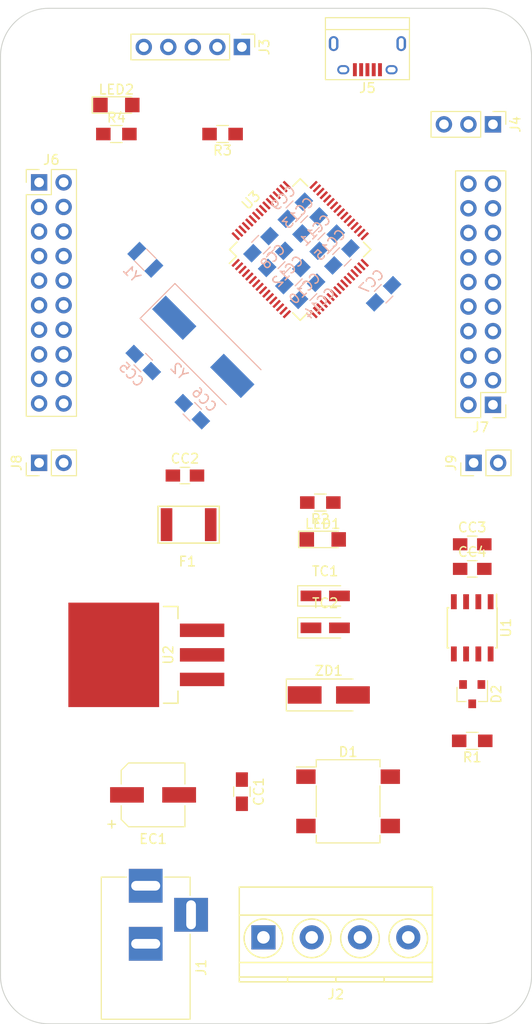
<source format=kicad_pcb>
(kicad_pcb (version 4) (host pcbnew 4.0.6)

  (general
    (links 140)
    (no_connects 140)
    (area 34.949999 34.949999 90.050001 140.050001)
    (thickness 1.6)
    (drawings 8)
    (tracks 0)
    (zones 0)
    (modules 46)
    (nets 68)
  )

  (page A4)
  (layers
    (0 F.Cu signal)
    (31 B.Cu signal)
    (32 B.Adhes user)
    (33 F.Adhes user)
    (34 B.Paste user)
    (35 F.Paste user)
    (36 B.SilkS user)
    (37 F.SilkS user)
    (38 B.Mask user)
    (39 F.Mask user)
    (40 Dwgs.User user)
    (41 Cmts.User user)
    (42 Eco1.User user)
    (43 Eco2.User user)
    (44 Edge.Cuts user)
    (45 Margin user)
    (46 B.CrtYd user)
    (47 F.CrtYd user)
    (48 B.Fab user)
    (49 F.Fab user)
  )

  (setup
    (last_trace_width 0.25)
    (trace_clearance 0.2)
    (zone_clearance 0.508)
    (zone_45_only no)
    (trace_min 0.2)
    (segment_width 0.2)
    (edge_width 0.1)
    (via_size 0.6)
    (via_drill 0.4)
    (via_min_size 0.4)
    (via_min_drill 0.3)
    (uvia_size 0.3)
    (uvia_drill 0.1)
    (uvias_allowed no)
    (uvia_min_size 0.2)
    (uvia_min_drill 0.1)
    (pcb_text_width 0.3)
    (pcb_text_size 1.5 1.5)
    (mod_edge_width 0.15)
    (mod_text_size 1 1)
    (mod_text_width 0.15)
    (pad_size 1.5 1.5)
    (pad_drill 0.6)
    (pad_to_mask_clearance 0)
    (aux_axis_origin 0 0)
    (visible_elements 7FFFFFFF)
    (pcbplotparams
      (layerselection 0x00030_80000001)
      (usegerberextensions false)
      (excludeedgelayer true)
      (linewidth 0.100000)
      (plotframeref false)
      (viasonmask false)
      (mode 1)
      (useauxorigin false)
      (hpglpennumber 1)
      (hpglpenspeed 20)
      (hpglpendiameter 15)
      (hpglpenoverlay 2)
      (psnegative false)
      (psa4output false)
      (plotreference true)
      (plotvalue true)
      (plotinvisibletext false)
      (padsonsilk false)
      (subtractmaskfromsilk false)
      (outputformat 1)
      (mirror false)
      (drillshape 1)
      (scaleselection 1)
      (outputdirectory ""))
  )

  (net 0 "")
  (net 1 "Net-(CC1-Pad1)")
  (net 2 GND)
  (net 3 +3V3)
  (net 4 /SUB_F446/OSC_1)
  (net 5 /SUB_F446/OSC_2)
  (net 6 "Net-(CC7-Pad1)")
  (net 7 /Battery+)
  (net 8 "Net-(D2-Pad1)")
  (net 9 "Net-(D2-Pad2)")
  (net 10 "Net-(F1-Pad2)")
  (net 11 /SUB_F446/SWDIO)
  (net 12 /SUB_F446/SWCLK)
  (net 13 /SUB_F446/NRST)
  (net 14 /SUB_F446/UART1_TX)
  (net 15 /SUB_F446/UART1_RX)
  (net 16 "Net-(J5-Pad1)")
  (net 17 "Net-(J5-Pad2)")
  (net 18 "Net-(J5-Pad3)")
  (net 19 "Net-(J5-Pad4)")
  (net 20 /SUB_F446/P0)
  (net 21 /SUB_F446/P1)
  (net 22 /SUB_F446/P2)
  (net 23 /SUB_F446/P3)
  (net 24 /SUB_F446/P4)
  (net 25 /SUB_F446/P5)
  (net 26 /SUB_F446/P6)
  (net 27 /SUB_F446/P7)
  (net 28 /SUB_F446/P8)
  (net 29 /SUB_F446/P9)
  (net 30 /SUB_F446/P10)
  (net 31 /SUB_F446/P11)
  (net 32 /SUB_F446/P12)
  (net 33 /SUB_F446/P13)
  (net 34 /SUB_F446/P14)
  (net 35 /SUB_F446/P15)
  (net 36 /SUB_F446/P16)
  (net 37 "Net-(J6-Pad18)")
  (net 38 "Net-(J6-Pad19)")
  (net 39 "Net-(J6-Pad20)")
  (net 40 /SUB_F446/P17)
  (net 41 /SUB_F446/P18)
  (net 42 /SUB_F446/P19)
  (net 43 /SUB_F446/P20)
  (net 44 /SUB_F446/P21)
  (net 45 /SUB_F446/P22)
  (net 46 /SUB_F446/P23)
  (net 47 /SUB_F446/P24)
  (net 48 /SUB_F446/P25)
  (net 49 /SUB_F446/P26)
  (net 50 /SUB_F446/P27)
  (net 51 /SUB_F446/P28)
  (net 52 /SUB_F446/P29)
  (net 53 /SUB_F446/P30)
  (net 54 /SUB_F446/P31)
  (net 55 /SUB_F446/P32)
  (net 56 /SUB_F446/P33)
  (net 57 /SUB_F446/P34)
  (net 58 /SUB_F446/P35)
  (net 59 "Net-(J7-Pad20)")
  (net 60 "Net-(LED1-Pad2)")
  (net 61 "Net-(LED2-Pad2)")
  (net 62 /SUB_F446/SYS_LED)
  (net 63 /SUB_F446/STM_CAN1_TX)
  (net 64 /SUB_F446/STM_CAN1_RX)
  (net 65 "Net-(U1-Pad5)")
  (net 66 /SUB_F446/OSC32_1)
  (net 67 /SUB_F446/OSC32_2)

  (net_class Default "This is the default net class."
    (clearance 0.2)
    (trace_width 0.25)
    (via_dia 0.6)
    (via_drill 0.4)
    (uvia_dia 0.3)
    (uvia_drill 0.1)
    (add_net +3V3)
    (add_net /Battery+)
    (add_net /SUB_F446/NRST)
    (add_net /SUB_F446/OSC32_1)
    (add_net /SUB_F446/OSC32_2)
    (add_net /SUB_F446/OSC_1)
    (add_net /SUB_F446/OSC_2)
    (add_net /SUB_F446/P0)
    (add_net /SUB_F446/P1)
    (add_net /SUB_F446/P10)
    (add_net /SUB_F446/P11)
    (add_net /SUB_F446/P12)
    (add_net /SUB_F446/P13)
    (add_net /SUB_F446/P14)
    (add_net /SUB_F446/P15)
    (add_net /SUB_F446/P16)
    (add_net /SUB_F446/P17)
    (add_net /SUB_F446/P18)
    (add_net /SUB_F446/P19)
    (add_net /SUB_F446/P2)
    (add_net /SUB_F446/P20)
    (add_net /SUB_F446/P21)
    (add_net /SUB_F446/P22)
    (add_net /SUB_F446/P23)
    (add_net /SUB_F446/P24)
    (add_net /SUB_F446/P25)
    (add_net /SUB_F446/P26)
    (add_net /SUB_F446/P27)
    (add_net /SUB_F446/P28)
    (add_net /SUB_F446/P29)
    (add_net /SUB_F446/P3)
    (add_net /SUB_F446/P30)
    (add_net /SUB_F446/P31)
    (add_net /SUB_F446/P32)
    (add_net /SUB_F446/P33)
    (add_net /SUB_F446/P34)
    (add_net /SUB_F446/P35)
    (add_net /SUB_F446/P4)
    (add_net /SUB_F446/P5)
    (add_net /SUB_F446/P6)
    (add_net /SUB_F446/P7)
    (add_net /SUB_F446/P8)
    (add_net /SUB_F446/P9)
    (add_net /SUB_F446/STM_CAN1_RX)
    (add_net /SUB_F446/STM_CAN1_TX)
    (add_net /SUB_F446/SWCLK)
    (add_net /SUB_F446/SWDIO)
    (add_net /SUB_F446/SYS_LED)
    (add_net /SUB_F446/UART1_RX)
    (add_net /SUB_F446/UART1_TX)
    (add_net GND)
    (add_net "Net-(CC1-Pad1)")
    (add_net "Net-(CC7-Pad1)")
    (add_net "Net-(D2-Pad1)")
    (add_net "Net-(D2-Pad2)")
    (add_net "Net-(F1-Pad2)")
    (add_net "Net-(J5-Pad1)")
    (add_net "Net-(J5-Pad2)")
    (add_net "Net-(J5-Pad3)")
    (add_net "Net-(J5-Pad4)")
    (add_net "Net-(J6-Pad18)")
    (add_net "Net-(J6-Pad19)")
    (add_net "Net-(J6-Pad20)")
    (add_net "Net-(J7-Pad20)")
    (add_net "Net-(LED1-Pad2)")
    (add_net "Net-(LED2-Pad2)")
    (add_net "Net-(U1-Pad5)")
  )

  (module Mounting_Holes:MountingHole_2.5mm (layer F.Cu) (tedit 599F21F2) (tstamp 599F299E)
    (at 40 135)
    (descr "Mounting Hole 2.5mm, no annular")
    (tags "mounting hole 2.5mm no annular")
    (fp_text reference REF** (at 0 -3.5) (layer F.SilkS) hide
      (effects (font (size 1 1) (thickness 0.15)))
    )
    (fp_text value MountingHole_2.5mm (at 0 3.5) (layer F.Fab) hide
      (effects (font (size 1 1) (thickness 0.15)))
    )
    (fp_circle (center 0 0) (end 2.5 0) (layer Cmts.User) (width 0.15))
    (fp_circle (center 0 0) (end 2.75 0) (layer F.CrtYd) (width 0.05))
    (pad 1 np_thru_hole circle (at 0 0) (size 2.5 2.5) (drill 2.5) (layers *.Cu *.Mask))
  )

  (module Mounting_Holes:MountingHole_2.5mm (layer F.Cu) (tedit 599F21F2) (tstamp 599F2992)
    (at 85 135)
    (descr "Mounting Hole 2.5mm, no annular")
    (tags "mounting hole 2.5mm no annular")
    (fp_text reference REF** (at 0 -3.5) (layer F.SilkS) hide
      (effects (font (size 1 1) (thickness 0.15)))
    )
    (fp_text value MountingHole_2.5mm (at 0 3.5) (layer F.Fab) hide
      (effects (font (size 1 1) (thickness 0.15)))
    )
    (fp_circle (center 0 0) (end 2.5 0) (layer Cmts.User) (width 0.15))
    (fp_circle (center 0 0) (end 2.75 0) (layer F.CrtYd) (width 0.05))
    (pad 1 np_thru_hole circle (at 0 0) (size 2.5 2.5) (drill 2.5) (layers *.Cu *.Mask))
  )

  (module Mounting_Holes:MountingHole_2.5mm (layer F.Cu) (tedit 599F21F2) (tstamp 599F2986)
    (at 85 40)
    (descr "Mounting Hole 2.5mm, no annular")
    (tags "mounting hole 2.5mm no annular")
    (fp_text reference REF** (at 0 -3.5) (layer F.SilkS) hide
      (effects (font (size 1 1) (thickness 0.15)))
    )
    (fp_text value MountingHole_2.5mm (at 0 3.5) (layer F.Fab) hide
      (effects (font (size 1 1) (thickness 0.15)))
    )
    (fp_circle (center 0 0) (end 2.5 0) (layer Cmts.User) (width 0.15))
    (fp_circle (center 0 0) (end 2.75 0) (layer F.CrtYd) (width 0.05))
    (pad 1 np_thru_hole circle (at 0 0) (size 2.5 2.5) (drill 2.5) (layers *.Cu *.Mask))
  )

  (module Capacitors_SMD:C_0805_HandSoldering (layer F.Cu) (tedit 58AA84A8) (tstamp 599F20AE)
    (at 60 116 270)
    (descr "Capacitor SMD 0805, hand soldering")
    (tags "capacitor 0805")
    (path /59A01B6F)
    (attr smd)
    (fp_text reference CC1 (at 0 -1.75 270) (layer F.SilkS)
      (effects (font (size 1 1) (thickness 0.15)))
    )
    (fp_text value 1uF (at 0 1.75 270) (layer F.Fab)
      (effects (font (size 1 1) (thickness 0.15)))
    )
    (fp_text user %R (at 0 -1.75 270) (layer F.Fab)
      (effects (font (size 1 1) (thickness 0.15)))
    )
    (fp_line (start -1 0.62) (end -1 -0.62) (layer F.Fab) (width 0.1))
    (fp_line (start 1 0.62) (end -1 0.62) (layer F.Fab) (width 0.1))
    (fp_line (start 1 -0.62) (end 1 0.62) (layer F.Fab) (width 0.1))
    (fp_line (start -1 -0.62) (end 1 -0.62) (layer F.Fab) (width 0.1))
    (fp_line (start 0.5 -0.85) (end -0.5 -0.85) (layer F.SilkS) (width 0.12))
    (fp_line (start -0.5 0.85) (end 0.5 0.85) (layer F.SilkS) (width 0.12))
    (fp_line (start -2.25 -0.88) (end 2.25 -0.88) (layer F.CrtYd) (width 0.05))
    (fp_line (start -2.25 -0.88) (end -2.25 0.87) (layer F.CrtYd) (width 0.05))
    (fp_line (start 2.25 0.87) (end 2.25 -0.88) (layer F.CrtYd) (width 0.05))
    (fp_line (start 2.25 0.87) (end -2.25 0.87) (layer F.CrtYd) (width 0.05))
    (pad 1 smd rect (at -1.25 0 270) (size 1.5 1.25) (layers F.Cu F.Paste F.Mask)
      (net 1 "Net-(CC1-Pad1)"))
    (pad 2 smd rect (at 1.25 0 270) (size 1.5 1.25) (layers F.Cu F.Paste F.Mask)
      (net 2 GND))
    (model Capacitors_SMD.3dshapes/C_0805.wrl
      (at (xyz 0 0 0))
      (scale (xyz 1 1 1))
      (rotate (xyz 0 0 0))
    )
  )

  (module Capacitors_SMD:C_0805_HandSoldering (layer F.Cu) (tedit 58AA84A8) (tstamp 599F20B4)
    (at 54.102 83.312)
    (descr "Capacitor SMD 0805, hand soldering")
    (tags "capacitor 0805")
    (path /599FDCA6)
    (attr smd)
    (fp_text reference CC2 (at 0 -1.75) (layer F.SilkS)
      (effects (font (size 1 1) (thickness 0.15)))
    )
    (fp_text value 1uF (at 0 1.75) (layer F.Fab)
      (effects (font (size 1 1) (thickness 0.15)))
    )
    (fp_text user %R (at 0 -1.75) (layer F.Fab)
      (effects (font (size 1 1) (thickness 0.15)))
    )
    (fp_line (start -1 0.62) (end -1 -0.62) (layer F.Fab) (width 0.1))
    (fp_line (start 1 0.62) (end -1 0.62) (layer F.Fab) (width 0.1))
    (fp_line (start 1 -0.62) (end 1 0.62) (layer F.Fab) (width 0.1))
    (fp_line (start -1 -0.62) (end 1 -0.62) (layer F.Fab) (width 0.1))
    (fp_line (start 0.5 -0.85) (end -0.5 -0.85) (layer F.SilkS) (width 0.12))
    (fp_line (start -0.5 0.85) (end 0.5 0.85) (layer F.SilkS) (width 0.12))
    (fp_line (start -2.25 -0.88) (end 2.25 -0.88) (layer F.CrtYd) (width 0.05))
    (fp_line (start -2.25 -0.88) (end -2.25 0.87) (layer F.CrtYd) (width 0.05))
    (fp_line (start 2.25 0.87) (end 2.25 -0.88) (layer F.CrtYd) (width 0.05))
    (fp_line (start 2.25 0.87) (end -2.25 0.87) (layer F.CrtYd) (width 0.05))
    (pad 1 smd rect (at -1.25 0) (size 1.5 1.25) (layers F.Cu F.Paste F.Mask)
      (net 3 +3V3))
    (pad 2 smd rect (at 1.25 0) (size 1.5 1.25) (layers F.Cu F.Paste F.Mask)
      (net 2 GND))
    (model Capacitors_SMD.3dshapes/C_0805.wrl
      (at (xyz 0 0 0))
      (scale (xyz 1 1 1))
      (rotate (xyz 0 0 0))
    )
  )

  (module Capacitors_SMD:C_0805_HandSoldering (layer F.Cu) (tedit 58AA84A8) (tstamp 599F20BA)
    (at 83.852 90.424)
    (descr "Capacitor SMD 0805, hand soldering")
    (tags "capacitor 0805")
    (path /599F5E59)
    (attr smd)
    (fp_text reference CC3 (at 0 -1.75) (layer F.SilkS)
      (effects (font (size 1 1) (thickness 0.15)))
    )
    (fp_text value 1uF (at 0 1.75) (layer F.Fab)
      (effects (font (size 1 1) (thickness 0.15)))
    )
    (fp_text user %R (at 0 -1.75) (layer F.Fab)
      (effects (font (size 1 1) (thickness 0.15)))
    )
    (fp_line (start -1 0.62) (end -1 -0.62) (layer F.Fab) (width 0.1))
    (fp_line (start 1 0.62) (end -1 0.62) (layer F.Fab) (width 0.1))
    (fp_line (start 1 -0.62) (end 1 0.62) (layer F.Fab) (width 0.1))
    (fp_line (start -1 -0.62) (end 1 -0.62) (layer F.Fab) (width 0.1))
    (fp_line (start 0.5 -0.85) (end -0.5 -0.85) (layer F.SilkS) (width 0.12))
    (fp_line (start -0.5 0.85) (end 0.5 0.85) (layer F.SilkS) (width 0.12))
    (fp_line (start -2.25 -0.88) (end 2.25 -0.88) (layer F.CrtYd) (width 0.05))
    (fp_line (start -2.25 -0.88) (end -2.25 0.87) (layer F.CrtYd) (width 0.05))
    (fp_line (start 2.25 0.87) (end 2.25 -0.88) (layer F.CrtYd) (width 0.05))
    (fp_line (start 2.25 0.87) (end -2.25 0.87) (layer F.CrtYd) (width 0.05))
    (pad 1 smd rect (at -1.25 0) (size 1.5 1.25) (layers F.Cu F.Paste F.Mask)
      (net 3 +3V3))
    (pad 2 smd rect (at 1.25 0) (size 1.5 1.25) (layers F.Cu F.Paste F.Mask)
      (net 2 GND))
    (model Capacitors_SMD.3dshapes/C_0805.wrl
      (at (xyz 0 0 0))
      (scale (xyz 1 1 1))
      (rotate (xyz 0 0 0))
    )
  )

  (module Capacitors_SMD:C_0805_HandSoldering (layer F.Cu) (tedit 58AA84A8) (tstamp 599F20C0)
    (at 83.852 92.964)
    (descr "Capacitor SMD 0805, hand soldering")
    (tags "capacitor 0805")
    (path /599F5E60)
    (attr smd)
    (fp_text reference CC4 (at 0 -1.75) (layer F.SilkS)
      (effects (font (size 1 1) (thickness 0.15)))
    )
    (fp_text value 4.7uF (at 0 1.75) (layer F.Fab)
      (effects (font (size 1 1) (thickness 0.15)))
    )
    (fp_text user %R (at 0 -1.75) (layer F.Fab)
      (effects (font (size 1 1) (thickness 0.15)))
    )
    (fp_line (start -1 0.62) (end -1 -0.62) (layer F.Fab) (width 0.1))
    (fp_line (start 1 0.62) (end -1 0.62) (layer F.Fab) (width 0.1))
    (fp_line (start 1 -0.62) (end 1 0.62) (layer F.Fab) (width 0.1))
    (fp_line (start -1 -0.62) (end 1 -0.62) (layer F.Fab) (width 0.1))
    (fp_line (start 0.5 -0.85) (end -0.5 -0.85) (layer F.SilkS) (width 0.12))
    (fp_line (start -0.5 0.85) (end 0.5 0.85) (layer F.SilkS) (width 0.12))
    (fp_line (start -2.25 -0.88) (end 2.25 -0.88) (layer F.CrtYd) (width 0.05))
    (fp_line (start -2.25 -0.88) (end -2.25 0.87) (layer F.CrtYd) (width 0.05))
    (fp_line (start 2.25 0.87) (end 2.25 -0.88) (layer F.CrtYd) (width 0.05))
    (fp_line (start 2.25 0.87) (end -2.25 0.87) (layer F.CrtYd) (width 0.05))
    (pad 1 smd rect (at -1.25 0) (size 1.5 1.25) (layers F.Cu F.Paste F.Mask)
      (net 3 +3V3))
    (pad 2 smd rect (at 1.25 0) (size 1.5 1.25) (layers F.Cu F.Paste F.Mask)
      (net 2 GND))
    (model Capacitors_SMD.3dshapes/C_0805.wrl
      (at (xyz 0 0 0))
      (scale (xyz 1 1 1))
      (rotate (xyz 0 0 0))
    )
  )

  (module Capacitors_SMD:C_0805_HandSoldering (layer B.Cu) (tedit 58AA84A8) (tstamp 599F20C6)
    (at 49.784 71.628 315)
    (descr "Capacitor SMD 0805, hand soldering")
    (tags "capacitor 0805")
    (path /59162AA2/5914EFE6)
    (attr smd)
    (fp_text reference CC5 (at 0 1.75 315) (layer B.SilkS)
      (effects (font (size 1 1) (thickness 0.15)) (justify mirror))
    )
    (fp_text value 15pF (at 0 -1.75 315) (layer B.Fab)
      (effects (font (size 1 1) (thickness 0.15)) (justify mirror))
    )
    (fp_text user %R (at 0 1.75 315) (layer B.Fab)
      (effects (font (size 1 1) (thickness 0.15)) (justify mirror))
    )
    (fp_line (start -1 -0.62) (end -1 0.62) (layer B.Fab) (width 0.1))
    (fp_line (start 1 -0.62) (end -1 -0.62) (layer B.Fab) (width 0.1))
    (fp_line (start 1 0.62) (end 1 -0.62) (layer B.Fab) (width 0.1))
    (fp_line (start -1 0.62) (end 1 0.62) (layer B.Fab) (width 0.1))
    (fp_line (start 0.5 0.85) (end -0.5 0.85) (layer B.SilkS) (width 0.12))
    (fp_line (start -0.5 -0.85) (end 0.5 -0.85) (layer B.SilkS) (width 0.12))
    (fp_line (start -2.25 0.88) (end 2.25 0.88) (layer B.CrtYd) (width 0.05))
    (fp_line (start -2.25 0.88) (end -2.25 -0.87) (layer B.CrtYd) (width 0.05))
    (fp_line (start 2.25 -0.87) (end 2.25 0.88) (layer B.CrtYd) (width 0.05))
    (fp_line (start 2.25 -0.87) (end -2.25 -0.87) (layer B.CrtYd) (width 0.05))
    (pad 1 smd rect (at -1.25 0 315) (size 1.5 1.25) (layers B.Cu B.Paste B.Mask)
      (net 4 /SUB_F446/OSC_1))
    (pad 2 smd rect (at 1.25 0 315) (size 1.5 1.25) (layers B.Cu B.Paste B.Mask)
      (net 2 GND))
    (model Capacitors_SMD.3dshapes/C_0805.wrl
      (at (xyz 0 0 0))
      (scale (xyz 1 1 1))
      (rotate (xyz 0 0 0))
    )
  )

  (module Capacitors_SMD:C_0805_HandSoldering (layer B.Cu) (tedit 58AA84A8) (tstamp 599F20CC)
    (at 54.864 76.708 135)
    (descr "Capacitor SMD 0805, hand soldering")
    (tags "capacitor 0805")
    (path /59162AA2/5914F05D)
    (attr smd)
    (fp_text reference CC6 (at 0 1.75 135) (layer B.SilkS)
      (effects (font (size 1 1) (thickness 0.15)) (justify mirror))
    )
    (fp_text value 15pF (at 0 -1.75 135) (layer B.Fab)
      (effects (font (size 1 1) (thickness 0.15)) (justify mirror))
    )
    (fp_text user %R (at 0 1.75 135) (layer B.Fab)
      (effects (font (size 1 1) (thickness 0.15)) (justify mirror))
    )
    (fp_line (start -1 -0.62) (end -1 0.62) (layer B.Fab) (width 0.1))
    (fp_line (start 1 -0.62) (end -1 -0.62) (layer B.Fab) (width 0.1))
    (fp_line (start 1 0.62) (end 1 -0.62) (layer B.Fab) (width 0.1))
    (fp_line (start -1 0.62) (end 1 0.62) (layer B.Fab) (width 0.1))
    (fp_line (start 0.5 0.85) (end -0.5 0.85) (layer B.SilkS) (width 0.12))
    (fp_line (start -0.5 -0.85) (end 0.5 -0.85) (layer B.SilkS) (width 0.12))
    (fp_line (start -2.25 0.88) (end 2.25 0.88) (layer B.CrtYd) (width 0.05))
    (fp_line (start -2.25 0.88) (end -2.25 -0.87) (layer B.CrtYd) (width 0.05))
    (fp_line (start 2.25 -0.87) (end 2.25 0.88) (layer B.CrtYd) (width 0.05))
    (fp_line (start 2.25 -0.87) (end -2.25 -0.87) (layer B.CrtYd) (width 0.05))
    (pad 1 smd rect (at -1.25 0 135) (size 1.5 1.25) (layers B.Cu B.Paste B.Mask)
      (net 5 /SUB_F446/OSC_2))
    (pad 2 smd rect (at 1.25 0 135) (size 1.5 1.25) (layers B.Cu B.Paste B.Mask)
      (net 2 GND))
    (model Capacitors_SMD.3dshapes/C_0805.wrl
      (at (xyz 0 0 0))
      (scale (xyz 1 1 1))
      (rotate (xyz 0 0 0))
    )
  )

  (module Capacitors_SMD:C_0805_HandSoldering (layer B.Cu) (tedit 58AA84A8) (tstamp 599F20D2)
    (at 74.676 64.516 225)
    (descr "Capacitor SMD 0805, hand soldering")
    (tags "capacitor 0805")
    (path /59162AA2/5914AF50)
    (attr smd)
    (fp_text reference CC7 (at 0 1.75 225) (layer B.SilkS)
      (effects (font (size 1 1) (thickness 0.15)) (justify mirror))
    )
    (fp_text value 2.2uF (at 0 -1.75 225) (layer B.Fab)
      (effects (font (size 1 1) (thickness 0.15)) (justify mirror))
    )
    (fp_text user %R (at 0 1.75 225) (layer B.Fab)
      (effects (font (size 1 1) (thickness 0.15)) (justify mirror))
    )
    (fp_line (start -1 -0.62) (end -1 0.62) (layer B.Fab) (width 0.1))
    (fp_line (start 1 -0.62) (end -1 -0.62) (layer B.Fab) (width 0.1))
    (fp_line (start 1 0.62) (end 1 -0.62) (layer B.Fab) (width 0.1))
    (fp_line (start -1 0.62) (end 1 0.62) (layer B.Fab) (width 0.1))
    (fp_line (start 0.5 0.85) (end -0.5 0.85) (layer B.SilkS) (width 0.12))
    (fp_line (start -0.5 -0.85) (end 0.5 -0.85) (layer B.SilkS) (width 0.12))
    (fp_line (start -2.25 0.88) (end 2.25 0.88) (layer B.CrtYd) (width 0.05))
    (fp_line (start -2.25 0.88) (end -2.25 -0.87) (layer B.CrtYd) (width 0.05))
    (fp_line (start 2.25 -0.87) (end 2.25 0.88) (layer B.CrtYd) (width 0.05))
    (fp_line (start 2.25 -0.87) (end -2.25 -0.87) (layer B.CrtYd) (width 0.05))
    (pad 1 smd rect (at -1.25 0 225) (size 1.5 1.25) (layers B.Cu B.Paste B.Mask)
      (net 6 "Net-(CC7-Pad1)"))
    (pad 2 smd rect (at 1.25 0 225) (size 1.5 1.25) (layers B.Cu B.Paste B.Mask)
      (net 2 GND))
    (model Capacitors_SMD.3dshapes/C_0805.wrl
      (at (xyz 0 0 0))
      (scale (xyz 1 1 1))
      (rotate (xyz 0 0 0))
    )
  )

  (module Capacitors_SMD:C_0805_HandSoldering (layer B.Cu) (tedit 58AA84A8) (tstamp 599F20D8)
    (at 61.976 59.436 45)
    (descr "Capacitor SMD 0805, hand soldering")
    (tags "capacitor 0805")
    (path /59162AA2/595204B7)
    (attr smd)
    (fp_text reference CC8 (at 0 1.75 45) (layer B.SilkS)
      (effects (font (size 1 1) (thickness 0.15)) (justify mirror))
    )
    (fp_text value 1uF (at 0 -1.75 45) (layer B.Fab)
      (effects (font (size 1 1) (thickness 0.15)) (justify mirror))
    )
    (fp_text user %R (at 0 1.75 45) (layer B.Fab)
      (effects (font (size 1 1) (thickness 0.15)) (justify mirror))
    )
    (fp_line (start -1 -0.62) (end -1 0.62) (layer B.Fab) (width 0.1))
    (fp_line (start 1 -0.62) (end -1 -0.62) (layer B.Fab) (width 0.1))
    (fp_line (start 1 0.62) (end 1 -0.62) (layer B.Fab) (width 0.1))
    (fp_line (start -1 0.62) (end 1 0.62) (layer B.Fab) (width 0.1))
    (fp_line (start 0.5 0.85) (end -0.5 0.85) (layer B.SilkS) (width 0.12))
    (fp_line (start -0.5 -0.85) (end 0.5 -0.85) (layer B.SilkS) (width 0.12))
    (fp_line (start -2.25 0.88) (end 2.25 0.88) (layer B.CrtYd) (width 0.05))
    (fp_line (start -2.25 0.88) (end -2.25 -0.87) (layer B.CrtYd) (width 0.05))
    (fp_line (start 2.25 -0.87) (end 2.25 0.88) (layer B.CrtYd) (width 0.05))
    (fp_line (start 2.25 -0.87) (end -2.25 -0.87) (layer B.CrtYd) (width 0.05))
    (pad 1 smd rect (at -1.25 0 45) (size 1.5 1.25) (layers B.Cu B.Paste B.Mask)
      (net 3 +3V3))
    (pad 2 smd rect (at 1.25 0 45) (size 1.5 1.25) (layers B.Cu B.Paste B.Mask)
      (net 2 GND))
    (model Capacitors_SMD.3dshapes/C_0805.wrl
      (at (xyz 0 0 0))
      (scale (xyz 1 1 1))
      (rotate (xyz 0 0 0))
    )
  )

  (module Capacitors_SMD:C_0805_HandSoldering (layer B.Cu) (tedit 58AA84A8) (tstamp 599F20DE)
    (at 65.532 55.88 225)
    (descr "Capacitor SMD 0805, hand soldering")
    (tags "capacitor 0805")
    (path /59162AA2/595204BE)
    (attr smd)
    (fp_text reference CC9 (at 0 1.75 225) (layer B.SilkS)
      (effects (font (size 1 1) (thickness 0.15)) (justify mirror))
    )
    (fp_text value 1uF (at 0 -1.75 225) (layer B.Fab)
      (effects (font (size 1 1) (thickness 0.15)) (justify mirror))
    )
    (fp_text user %R (at 0 1.75 225) (layer B.Fab)
      (effects (font (size 1 1) (thickness 0.15)) (justify mirror))
    )
    (fp_line (start -1 -0.62) (end -1 0.62) (layer B.Fab) (width 0.1))
    (fp_line (start 1 -0.62) (end -1 -0.62) (layer B.Fab) (width 0.1))
    (fp_line (start 1 0.62) (end 1 -0.62) (layer B.Fab) (width 0.1))
    (fp_line (start -1 0.62) (end 1 0.62) (layer B.Fab) (width 0.1))
    (fp_line (start 0.5 0.85) (end -0.5 0.85) (layer B.SilkS) (width 0.12))
    (fp_line (start -0.5 -0.85) (end 0.5 -0.85) (layer B.SilkS) (width 0.12))
    (fp_line (start -2.25 0.88) (end 2.25 0.88) (layer B.CrtYd) (width 0.05))
    (fp_line (start -2.25 0.88) (end -2.25 -0.87) (layer B.CrtYd) (width 0.05))
    (fp_line (start 2.25 -0.87) (end 2.25 0.88) (layer B.CrtYd) (width 0.05))
    (fp_line (start 2.25 -0.87) (end -2.25 -0.87) (layer B.CrtYd) (width 0.05))
    (pad 1 smd rect (at -1.25 0 225) (size 1.5 1.25) (layers B.Cu B.Paste B.Mask)
      (net 3 +3V3))
    (pad 2 smd rect (at 1.25 0 225) (size 1.5 1.25) (layers B.Cu B.Paste B.Mask)
      (net 2 GND))
    (model Capacitors_SMD.3dshapes/C_0805.wrl
      (at (xyz 0 0 0))
      (scale (xyz 1 1 1))
      (rotate (xyz 0 0 0))
    )
  )

  (module Capacitors_SMD:C_0805_HandSoldering (layer B.Cu) (tedit 58AA84A8) (tstamp 599F20E4)
    (at 65.278 62.738 45)
    (descr "Capacitor SMD 0805, hand soldering")
    (tags "capacitor 0805")
    (path /59162AA2/595204C5)
    (attr smd)
    (fp_text reference CC10 (at 0 1.75 45) (layer B.SilkS)
      (effects (font (size 1 1) (thickness 0.15)) (justify mirror))
    )
    (fp_text value 1uF (at 0 -1.75 45) (layer B.Fab)
      (effects (font (size 1 1) (thickness 0.15)) (justify mirror))
    )
    (fp_text user %R (at 0 1.75 45) (layer B.Fab)
      (effects (font (size 1 1) (thickness 0.15)) (justify mirror))
    )
    (fp_line (start -1 -0.62) (end -1 0.62) (layer B.Fab) (width 0.1))
    (fp_line (start 1 -0.62) (end -1 -0.62) (layer B.Fab) (width 0.1))
    (fp_line (start 1 0.62) (end 1 -0.62) (layer B.Fab) (width 0.1))
    (fp_line (start -1 0.62) (end 1 0.62) (layer B.Fab) (width 0.1))
    (fp_line (start 0.5 0.85) (end -0.5 0.85) (layer B.SilkS) (width 0.12))
    (fp_line (start -0.5 -0.85) (end 0.5 -0.85) (layer B.SilkS) (width 0.12))
    (fp_line (start -2.25 0.88) (end 2.25 0.88) (layer B.CrtYd) (width 0.05))
    (fp_line (start -2.25 0.88) (end -2.25 -0.87) (layer B.CrtYd) (width 0.05))
    (fp_line (start 2.25 -0.87) (end 2.25 0.88) (layer B.CrtYd) (width 0.05))
    (fp_line (start 2.25 -0.87) (end -2.25 -0.87) (layer B.CrtYd) (width 0.05))
    (pad 1 smd rect (at -1.25 0 45) (size 1.5 1.25) (layers B.Cu B.Paste B.Mask)
      (net 3 +3V3))
    (pad 2 smd rect (at 1.25 0 45) (size 1.5 1.25) (layers B.Cu B.Paste B.Mask)
      (net 2 GND))
    (model Capacitors_SMD.3dshapes/C_0805.wrl
      (at (xyz 0 0 0))
      (scale (xyz 1 1 1))
      (rotate (xyz 0 0 0))
    )
  )

  (module Capacitors_SMD:C_0805_HandSoldering (layer B.Cu) (tedit 58AA84A8) (tstamp 599F20EA)
    (at 68.834 59.182 225)
    (descr "Capacitor SMD 0805, hand soldering")
    (tags "capacitor 0805")
    (path /59162AA2/595EF7DB)
    (attr smd)
    (fp_text reference CC11 (at 0 1.75 225) (layer B.SilkS)
      (effects (font (size 1 1) (thickness 0.15)) (justify mirror))
    )
    (fp_text value 1uF (at 0 -1.75 225) (layer B.Fab)
      (effects (font (size 1 1) (thickness 0.15)) (justify mirror))
    )
    (fp_text user %R (at 0 1.75 225) (layer B.Fab)
      (effects (font (size 1 1) (thickness 0.15)) (justify mirror))
    )
    (fp_line (start -1 -0.62) (end -1 0.62) (layer B.Fab) (width 0.1))
    (fp_line (start 1 -0.62) (end -1 -0.62) (layer B.Fab) (width 0.1))
    (fp_line (start 1 0.62) (end 1 -0.62) (layer B.Fab) (width 0.1))
    (fp_line (start -1 0.62) (end 1 0.62) (layer B.Fab) (width 0.1))
    (fp_line (start 0.5 0.85) (end -0.5 0.85) (layer B.SilkS) (width 0.12))
    (fp_line (start -0.5 -0.85) (end 0.5 -0.85) (layer B.SilkS) (width 0.12))
    (fp_line (start -2.25 0.88) (end 2.25 0.88) (layer B.CrtYd) (width 0.05))
    (fp_line (start -2.25 0.88) (end -2.25 -0.87) (layer B.CrtYd) (width 0.05))
    (fp_line (start 2.25 -0.87) (end 2.25 0.88) (layer B.CrtYd) (width 0.05))
    (fp_line (start 2.25 -0.87) (end -2.25 -0.87) (layer B.CrtYd) (width 0.05))
    (pad 1 smd rect (at -1.25 0 225) (size 1.5 1.25) (layers B.Cu B.Paste B.Mask)
      (net 3 +3V3))
    (pad 2 smd rect (at 1.25 0 225) (size 1.5 1.25) (layers B.Cu B.Paste B.Mask)
      (net 2 GND))
    (model Capacitors_SMD.3dshapes/C_0805.wrl
      (at (xyz 0 0 0))
      (scale (xyz 1 1 1))
      (rotate (xyz 0 0 0))
    )
  )

  (module Capacitors_SMD:C_0805_HandSoldering (layer B.Cu) (tedit 58AA84A8) (tstamp 599F20F0)
    (at 63.5 60.96 45)
    (descr "Capacitor SMD 0805, hand soldering")
    (tags "capacitor 0805")
    (path /59162AA2/595D6FF8)
    (attr smd)
    (fp_text reference CC12 (at 0 1.75 45) (layer B.SilkS)
      (effects (font (size 1 1) (thickness 0.15)) (justify mirror))
    )
    (fp_text value 4.7uF (at 0 -1.75 45) (layer B.Fab)
      (effects (font (size 1 1) (thickness 0.15)) (justify mirror))
    )
    (fp_text user %R (at 0 1.75 45) (layer B.Fab)
      (effects (font (size 1 1) (thickness 0.15)) (justify mirror))
    )
    (fp_line (start -1 -0.62) (end -1 0.62) (layer B.Fab) (width 0.1))
    (fp_line (start 1 -0.62) (end -1 -0.62) (layer B.Fab) (width 0.1))
    (fp_line (start 1 0.62) (end 1 -0.62) (layer B.Fab) (width 0.1))
    (fp_line (start -1 0.62) (end 1 0.62) (layer B.Fab) (width 0.1))
    (fp_line (start 0.5 0.85) (end -0.5 0.85) (layer B.SilkS) (width 0.12))
    (fp_line (start -0.5 -0.85) (end 0.5 -0.85) (layer B.SilkS) (width 0.12))
    (fp_line (start -2.25 0.88) (end 2.25 0.88) (layer B.CrtYd) (width 0.05))
    (fp_line (start -2.25 0.88) (end -2.25 -0.87) (layer B.CrtYd) (width 0.05))
    (fp_line (start 2.25 -0.87) (end 2.25 0.88) (layer B.CrtYd) (width 0.05))
    (fp_line (start 2.25 -0.87) (end -2.25 -0.87) (layer B.CrtYd) (width 0.05))
    (pad 1 smd rect (at -1.25 0 45) (size 1.5 1.25) (layers B.Cu B.Paste B.Mask)
      (net 3 +3V3))
    (pad 2 smd rect (at 1.25 0 45) (size 1.5 1.25) (layers B.Cu B.Paste B.Mask)
      (net 2 GND))
    (model Capacitors_SMD.3dshapes/C_0805.wrl
      (at (xyz 0 0 0))
      (scale (xyz 1 1 1))
      (rotate (xyz 0 0 0))
    )
  )

  (module Capacitors_SMD:C_0805_HandSoldering (layer B.Cu) (tedit 58AA84A8) (tstamp 599F20F6)
    (at 67.056 57.404 225)
    (descr "Capacitor SMD 0805, hand soldering")
    (tags "capacitor 0805")
    (path /59162AA2/595D6FFE)
    (attr smd)
    (fp_text reference CC13 (at 0 1.75 225) (layer B.SilkS)
      (effects (font (size 1 1) (thickness 0.15)) (justify mirror))
    )
    (fp_text value 4.7uF (at 0 -1.75 225) (layer B.Fab)
      (effects (font (size 1 1) (thickness 0.15)) (justify mirror))
    )
    (fp_text user %R (at 0 1.75 225) (layer B.Fab)
      (effects (font (size 1 1) (thickness 0.15)) (justify mirror))
    )
    (fp_line (start -1 -0.62) (end -1 0.62) (layer B.Fab) (width 0.1))
    (fp_line (start 1 -0.62) (end -1 -0.62) (layer B.Fab) (width 0.1))
    (fp_line (start 1 0.62) (end 1 -0.62) (layer B.Fab) (width 0.1))
    (fp_line (start -1 0.62) (end 1 0.62) (layer B.Fab) (width 0.1))
    (fp_line (start 0.5 0.85) (end -0.5 0.85) (layer B.SilkS) (width 0.12))
    (fp_line (start -0.5 -0.85) (end 0.5 -0.85) (layer B.SilkS) (width 0.12))
    (fp_line (start -2.25 0.88) (end 2.25 0.88) (layer B.CrtYd) (width 0.05))
    (fp_line (start -2.25 0.88) (end -2.25 -0.87) (layer B.CrtYd) (width 0.05))
    (fp_line (start 2.25 -0.87) (end 2.25 0.88) (layer B.CrtYd) (width 0.05))
    (fp_line (start 2.25 -0.87) (end -2.25 -0.87) (layer B.CrtYd) (width 0.05))
    (pad 1 smd rect (at -1.25 0 225) (size 1.5 1.25) (layers B.Cu B.Paste B.Mask)
      (net 3 +3V3))
    (pad 2 smd rect (at 1.25 0 225) (size 1.5 1.25) (layers B.Cu B.Paste B.Mask)
      (net 2 GND))
    (model Capacitors_SMD.3dshapes/C_0805.wrl
      (at (xyz 0 0 0))
      (scale (xyz 1 1 1))
      (rotate (xyz 0 0 0))
    )
  )

  (module Capacitors_SMD:C_0805_HandSoldering (layer B.Cu) (tedit 58AA84A8) (tstamp 599F20FC)
    (at 66.802 64.262 45)
    (descr "Capacitor SMD 0805, hand soldering")
    (tags "capacitor 0805")
    (path /59162AA2/595D7004)
    (attr smd)
    (fp_text reference CC14 (at 0 1.75 45) (layer B.SilkS)
      (effects (font (size 1 1) (thickness 0.15)) (justify mirror))
    )
    (fp_text value 4.7uF (at 0 -1.75 45) (layer B.Fab)
      (effects (font (size 1 1) (thickness 0.15)) (justify mirror))
    )
    (fp_text user %R (at 0 1.75 45) (layer B.Fab)
      (effects (font (size 1 1) (thickness 0.15)) (justify mirror))
    )
    (fp_line (start -1 -0.62) (end -1 0.62) (layer B.Fab) (width 0.1))
    (fp_line (start 1 -0.62) (end -1 -0.62) (layer B.Fab) (width 0.1))
    (fp_line (start 1 0.62) (end 1 -0.62) (layer B.Fab) (width 0.1))
    (fp_line (start -1 0.62) (end 1 0.62) (layer B.Fab) (width 0.1))
    (fp_line (start 0.5 0.85) (end -0.5 0.85) (layer B.SilkS) (width 0.12))
    (fp_line (start -0.5 -0.85) (end 0.5 -0.85) (layer B.SilkS) (width 0.12))
    (fp_line (start -2.25 0.88) (end 2.25 0.88) (layer B.CrtYd) (width 0.05))
    (fp_line (start -2.25 0.88) (end -2.25 -0.87) (layer B.CrtYd) (width 0.05))
    (fp_line (start 2.25 -0.87) (end 2.25 0.88) (layer B.CrtYd) (width 0.05))
    (fp_line (start 2.25 -0.87) (end -2.25 -0.87) (layer B.CrtYd) (width 0.05))
    (pad 1 smd rect (at -1.25 0 45) (size 1.5 1.25) (layers B.Cu B.Paste B.Mask)
      (net 3 +3V3))
    (pad 2 smd rect (at 1.25 0 45) (size 1.5 1.25) (layers B.Cu B.Paste B.Mask)
      (net 2 GND))
    (model Capacitors_SMD.3dshapes/C_0805.wrl
      (at (xyz 0 0 0))
      (scale (xyz 1 1 1))
      (rotate (xyz 0 0 0))
    )
  )

  (module Capacitors_SMD:C_0805_HandSoldering (layer B.Cu) (tedit 58AA84A8) (tstamp 599F2102)
    (at 70.358 60.706 225)
    (descr "Capacitor SMD 0805, hand soldering")
    (tags "capacitor 0805")
    (path /59162AA2/595EFF8D)
    (attr smd)
    (fp_text reference CC15 (at 0 1.75 225) (layer B.SilkS)
      (effects (font (size 1 1) (thickness 0.15)) (justify mirror))
    )
    (fp_text value 4.7uF (at 0 -1.75 225) (layer B.Fab)
      (effects (font (size 1 1) (thickness 0.15)) (justify mirror))
    )
    (fp_text user %R (at 0 1.75 225) (layer B.Fab)
      (effects (font (size 1 1) (thickness 0.15)) (justify mirror))
    )
    (fp_line (start -1 -0.62) (end -1 0.62) (layer B.Fab) (width 0.1))
    (fp_line (start 1 -0.62) (end -1 -0.62) (layer B.Fab) (width 0.1))
    (fp_line (start 1 0.62) (end 1 -0.62) (layer B.Fab) (width 0.1))
    (fp_line (start -1 0.62) (end 1 0.62) (layer B.Fab) (width 0.1))
    (fp_line (start 0.5 0.85) (end -0.5 0.85) (layer B.SilkS) (width 0.12))
    (fp_line (start -0.5 -0.85) (end 0.5 -0.85) (layer B.SilkS) (width 0.12))
    (fp_line (start -2.25 0.88) (end 2.25 0.88) (layer B.CrtYd) (width 0.05))
    (fp_line (start -2.25 0.88) (end -2.25 -0.87) (layer B.CrtYd) (width 0.05))
    (fp_line (start 2.25 -0.87) (end 2.25 0.88) (layer B.CrtYd) (width 0.05))
    (fp_line (start 2.25 -0.87) (end -2.25 -0.87) (layer B.CrtYd) (width 0.05))
    (pad 1 smd rect (at -1.25 0 225) (size 1.5 1.25) (layers B.Cu B.Paste B.Mask)
      (net 3 +3V3))
    (pad 2 smd rect (at 1.25 0 225) (size 1.5 1.25) (layers B.Cu B.Paste B.Mask)
      (net 2 GND))
    (model Capacitors_SMD.3dshapes/C_0805.wrl
      (at (xyz 0 0 0))
      (scale (xyz 1 1 1))
      (rotate (xyz 0 0 0))
    )
  )

  (module Diodes_SMD:Diode_Bridge_DFS (layer F.Cu) (tedit 59362E4E) (tstamp 599F210A)
    (at 71 117)
    (descr "SMD diode bridge DFS, see http://www.vishay.com/docs/88854/padlayouts.pdf")
    (tags DFS)
    (path /599FFF53)
    (attr smd)
    (fp_text reference D1 (at 0 -5.1) (layer F.SilkS)
      (effects (font (size 1 1) (thickness 0.15)))
    )
    (fp_text value "DF01S (OnSemi) +-AA" (at 0 5.2) (layer F.Fab)
      (effects (font (size 1 1) (thickness 0.15)))
    )
    (fp_line (start 3.302 -4.318) (end 3.302 -4.318) (layer F.SilkS) (width 0.12))
    (fp_line (start 3.302 -3.556) (end 3.302 -4.318) (layer F.SilkS) (width 0.12))
    (fp_line (start -5.334 -3.556) (end -5.334 -3.556) (layer F.SilkS) (width 0.12))
    (fp_line (start -3.302 -3.556) (end -5.334 -3.556) (layer F.SilkS) (width 0.12))
    (fp_line (start -3.302 -4.318) (end -3.302 -3.556) (layer F.SilkS) (width 0.12))
    (fp_text user %R (at 0 -0.065) (layer F.Fab)
      (effects (font (size 1 1) (thickness 0.15)))
    )
    (fp_line (start -3.3 3.5) (end -3.3 4.3) (layer F.SilkS) (width 0.12))
    (fp_line (start -3.3 4.3) (end 3.3 4.3) (layer F.SilkS) (width 0.12))
    (fp_line (start 3.3 4.3) (end 3.3 3.5) (layer F.SilkS) (width 0.12))
    (fp_line (start -3.3 -1.6) (end -3.3 1.6) (layer F.SilkS) (width 0.12))
    (fp_line (start 3.3 -1.6) (end 3.3 1.6) (layer F.SilkS) (width 0.12))
    (fp_line (start -3.3 -4.3) (end 3.3 -4.3) (layer F.SilkS) (width 0.12))
    (fp_line (start 3.2 -4.2) (end 3.2 4.2) (layer F.Fab) (width 0.12))
    (fp_line (start 3.2 4.2) (end -3.2 4.2) (layer F.Fab) (width 0.12))
    (fp_line (start -3.2 4.2) (end -3.2 -3.3) (layer F.Fab) (width 0.12))
    (fp_line (start -3.2 -3.3) (end -2.3 -4.2) (layer F.Fab) (width 0.12))
    (fp_line (start -2.3 -4.2) (end 3.2 -4.2) (layer F.Fab) (width 0.12))
    (fp_line (start -5.62 -4.45) (end 5.62 -4.45) (layer F.CrtYd) (width 0.05))
    (fp_line (start -5.62 -4.45) (end -5.62 4.45) (layer F.CrtYd) (width 0.05))
    (fp_line (start 5.62 4.45) (end 5.62 -4.45) (layer F.CrtYd) (width 0.05))
    (fp_line (start 5.62 4.45) (end -5.62 4.45) (layer F.CrtYd) (width 0.05))
    (pad 1 smd rect (at -4.37 -2.55) (size 2 1.5) (layers F.Cu F.Paste F.Mask)
      (net 1 "Net-(CC1-Pad1)"))
    (pad 2 smd rect (at -4.37 2.55) (size 2 1.5) (layers F.Cu F.Paste F.Mask)
      (net 2 GND))
    (pad 3 smd rect (at 4.37 2.55) (size 2 1.5) (layers F.Cu F.Paste F.Mask)
      (net 7 /Battery+))
    (pad 4 smd rect (at 4.37 -2.55) (size 2 1.5) (layers F.Cu F.Paste F.Mask)
      (net 2 GND))
    (model ${KISYS3DMOD}/Diodes_SMD.3dshapes/Diode_Bridge_DFS.wrl
      (at (xyz 0 0.0005905512 0))
      (scale (xyz 1 1 1))
      (rotate (xyz 0 0 0))
    )
  )

  (module TO_SOT_Packages_SMD:SOT-23 (layer F.Cu) (tedit 58CE4E7E) (tstamp 599F2111)
    (at 83.852 105.918 270)
    (descr "SOT-23, Standard")
    (tags SOT-23)
    (path /599F5E87)
    (attr smd)
    (fp_text reference D2 (at 0 -2.5 270) (layer F.SilkS)
      (effects (font (size 1 1) (thickness 0.15)))
    )
    (fp_text value SM712 (at 0 2.5 270) (layer F.Fab)
      (effects (font (size 1 1) (thickness 0.15)))
    )
    (fp_text user %R (at 0 0 360) (layer F.Fab)
      (effects (font (size 0.5 0.5) (thickness 0.075)))
    )
    (fp_line (start -0.7 -0.95) (end -0.7 1.5) (layer F.Fab) (width 0.1))
    (fp_line (start -0.15 -1.52) (end 0.7 -1.52) (layer F.Fab) (width 0.1))
    (fp_line (start -0.7 -0.95) (end -0.15 -1.52) (layer F.Fab) (width 0.1))
    (fp_line (start 0.7 -1.52) (end 0.7 1.52) (layer F.Fab) (width 0.1))
    (fp_line (start -0.7 1.52) (end 0.7 1.52) (layer F.Fab) (width 0.1))
    (fp_line (start 0.76 1.58) (end 0.76 0.65) (layer F.SilkS) (width 0.12))
    (fp_line (start 0.76 -1.58) (end 0.76 -0.65) (layer F.SilkS) (width 0.12))
    (fp_line (start -1.7 -1.75) (end 1.7 -1.75) (layer F.CrtYd) (width 0.05))
    (fp_line (start 1.7 -1.75) (end 1.7 1.75) (layer F.CrtYd) (width 0.05))
    (fp_line (start 1.7 1.75) (end -1.7 1.75) (layer F.CrtYd) (width 0.05))
    (fp_line (start -1.7 1.75) (end -1.7 -1.75) (layer F.CrtYd) (width 0.05))
    (fp_line (start 0.76 -1.58) (end -1.4 -1.58) (layer F.SilkS) (width 0.12))
    (fp_line (start 0.76 1.58) (end -0.7 1.58) (layer F.SilkS) (width 0.12))
    (pad 1 smd rect (at -1 -0.95 270) (size 0.9 0.8) (layers F.Cu F.Paste F.Mask)
      (net 8 "Net-(D2-Pad1)"))
    (pad 2 smd rect (at -1 0.95 270) (size 0.9 0.8) (layers F.Cu F.Paste F.Mask)
      (net 9 "Net-(D2-Pad2)"))
    (pad 3 smd rect (at 1 0 270) (size 0.9 0.8) (layers F.Cu F.Paste F.Mask)
      (net 2 GND))
    (model ${KISYS3DMOD}/TO_SOT_Packages_SMD.3dshapes/SOT-23.wrl
      (at (xyz 0 0 0))
      (scale (xyz 1 1 1))
      (rotate (xyz 0 0 0))
    )
  )

  (module Capacitors_SMD:CP_Elec_6.3x4.5 (layer F.Cu) (tedit 58AA8B18) (tstamp 599F2117)
    (at 50.8 116.332)
    (descr "SMT capacitor, aluminium electrolytic, 6.3x4.5")
    (path /599FDCCE)
    (attr smd)
    (fp_text reference EC1 (at 0 4.56) (layer F.SilkS)
      (effects (font (size 1 1) (thickness 0.15)))
    )
    (fp_text value 47uF (at 0 -4.56) (layer F.Fab)
      (effects (font (size 1 1) (thickness 0.15)))
    )
    (fp_circle (center 0 0) (end 0.9 2.9) (layer F.Fab) (width 0.1))
    (fp_text user + (at -1.73 -0.08) (layer F.Fab)
      (effects (font (size 1 1) (thickness 0.15)))
    )
    (fp_text user + (at -4.28 2.96) (layer F.SilkS)
      (effects (font (size 1 1) (thickness 0.15)))
    )
    (fp_text user %R (at 0 4.56) (layer F.Fab)
      (effects (font (size 1 1) (thickness 0.15)))
    )
    (fp_line (start 3.15 3.15) (end 3.15 -3.15) (layer F.Fab) (width 0.1))
    (fp_line (start -2.48 3.15) (end 3.15 3.15) (layer F.Fab) (width 0.1))
    (fp_line (start -3.15 2.48) (end -2.48 3.15) (layer F.Fab) (width 0.1))
    (fp_line (start -3.15 -2.48) (end -3.15 2.48) (layer F.Fab) (width 0.1))
    (fp_line (start -2.48 -3.15) (end -3.15 -2.48) (layer F.Fab) (width 0.1))
    (fp_line (start 3.15 -3.15) (end -2.48 -3.15) (layer F.Fab) (width 0.1))
    (fp_line (start 3.3 3.3) (end 3.3 1.12) (layer F.SilkS) (width 0.12))
    (fp_line (start 3.3 -3.3) (end 3.3 -1.12) (layer F.SilkS) (width 0.12))
    (fp_line (start -3.3 2.54) (end -3.3 1.12) (layer F.SilkS) (width 0.12))
    (fp_line (start -3.3 -2.54) (end -3.3 -1.12) (layer F.SilkS) (width 0.12))
    (fp_line (start 3.3 3.3) (end -2.54 3.3) (layer F.SilkS) (width 0.12))
    (fp_line (start -2.54 3.3) (end -3.3 2.54) (layer F.SilkS) (width 0.12))
    (fp_line (start -3.3 -2.54) (end -2.54 -3.3) (layer F.SilkS) (width 0.12))
    (fp_line (start -2.54 -3.3) (end 3.3 -3.3) (layer F.SilkS) (width 0.12))
    (fp_line (start -4.7 -3.4) (end 4.7 -3.4) (layer F.CrtYd) (width 0.05))
    (fp_line (start -4.7 -3.4) (end -4.7 3.4) (layer F.CrtYd) (width 0.05))
    (fp_line (start 4.7 3.4) (end 4.7 -3.4) (layer F.CrtYd) (width 0.05))
    (fp_line (start 4.7 3.4) (end -4.7 3.4) (layer F.CrtYd) (width 0.05))
    (pad 1 smd rect (at -2.7 0 180) (size 3.5 1.6) (layers F.Cu F.Paste F.Mask)
      (net 1 "Net-(CC1-Pad1)"))
    (pad 2 smd rect (at 2.7 0 180) (size 3.5 1.6) (layers F.Cu F.Paste F.Mask)
      (net 2 GND))
    (model Capacitors_SMD.3dshapes/CP_Elec_6.3x4.5.wrl
      (at (xyz 0 0 0))
      (scale (xyz 1 1 1))
      (rotate (xyz 0 0 180))
    )
  )

  (module oceanside_footprints:FusePTS1812 (layer F.Cu) (tedit 595D99F3) (tstamp 599F211D)
    (at 54.356 88.392 180)
    (path /599FDC9F)
    (fp_text reference F1 (at 0 -3.81 180) (layer F.SilkS)
      (effects (font (size 1 1) (thickness 0.15)))
    )
    (fp_text value "FUSE(PTS18126V300)" (at 0 -6.35 180) (layer F.Fab)
      (effects (font (size 1 1) (thickness 0.15)))
    )
    (fp_line (start -3.302 1.905) (end 3.048 1.905) (layer F.SilkS) (width 0.15))
    (fp_line (start -3.302 -1.905) (end 3.048 -1.905) (layer F.SilkS) (width 0.15))
    (fp_line (start 3.048 -1.905) (end 3.048 1.905) (layer F.SilkS) (width 0.15))
    (fp_line (start -3.302 -1.905) (end -3.302 1.905) (layer F.SilkS) (width 0.15))
    (pad 1 smd rect (at -2.413 0 180) (size 1.2 3.4) (layers F.Cu F.Paste F.Mask)
      (net 3 +3V3))
    (pad 2 smd rect (at 2.159 0 180) (size 1.2 3.4) (layers F.Cu F.Paste F.Mask)
      (net 10 "Net-(F1-Pad2)"))
  )

  (module Connectors:BARREL_JACK (layer F.Cu) (tedit 5861378E) (tstamp 599F2124)
    (at 50.038 125.73 90)
    (descr "DC Barrel Jack")
    (tags "Power Jack")
    (path /599FDC8B)
    (fp_text reference J1 (at -8.45 5.75 270) (layer F.SilkS)
      (effects (font (size 1 1) (thickness 0.15)))
    )
    (fp_text value BARREL_JACK (at -6.2 -5.5 90) (layer F.Fab)
      (effects (font (size 1 1) (thickness 0.15)))
    )
    (fp_line (start 1 -4.5) (end 1 -4.75) (layer F.CrtYd) (width 0.05))
    (fp_line (start 1 -4.75) (end -14 -4.75) (layer F.CrtYd) (width 0.05))
    (fp_line (start 1 -4.5) (end 1 -2) (layer F.CrtYd) (width 0.05))
    (fp_line (start 1 -2) (end 2 -2) (layer F.CrtYd) (width 0.05))
    (fp_line (start 2 -2) (end 2 2) (layer F.CrtYd) (width 0.05))
    (fp_line (start 2 2) (end 1 2) (layer F.CrtYd) (width 0.05))
    (fp_line (start 1 2) (end 1 4.75) (layer F.CrtYd) (width 0.05))
    (fp_line (start 1 4.75) (end -1 4.75) (layer F.CrtYd) (width 0.05))
    (fp_line (start -1 4.75) (end -1 6.75) (layer F.CrtYd) (width 0.05))
    (fp_line (start -1 6.75) (end -5 6.75) (layer F.CrtYd) (width 0.05))
    (fp_line (start -5 6.75) (end -5 4.75) (layer F.CrtYd) (width 0.05))
    (fp_line (start -5 4.75) (end -14 4.75) (layer F.CrtYd) (width 0.05))
    (fp_line (start -14 4.75) (end -14 -4.75) (layer F.CrtYd) (width 0.05))
    (fp_line (start -5 4.6) (end -13.8 4.6) (layer F.SilkS) (width 0.12))
    (fp_line (start -13.8 4.6) (end -13.8 -4.6) (layer F.SilkS) (width 0.12))
    (fp_line (start 0.9 1.9) (end 0.9 4.6) (layer F.SilkS) (width 0.12))
    (fp_line (start 0.9 4.6) (end -1 4.6) (layer F.SilkS) (width 0.12))
    (fp_line (start -13.8 -4.6) (end 0.9 -4.6) (layer F.SilkS) (width 0.12))
    (fp_line (start 0.9 -4.6) (end 0.9 -2) (layer F.SilkS) (width 0.12))
    (fp_line (start -10.2 -4.5) (end -10.2 4.5) (layer F.Fab) (width 0.1))
    (fp_line (start -13.7 -4.5) (end -13.7 4.5) (layer F.Fab) (width 0.1))
    (fp_line (start -13.7 4.5) (end 0.8 4.5) (layer F.Fab) (width 0.1))
    (fp_line (start 0.8 4.5) (end 0.8 -4.5) (layer F.Fab) (width 0.1))
    (fp_line (start 0.8 -4.5) (end -13.7 -4.5) (layer F.Fab) (width 0.1))
    (pad 1 thru_hole rect (at 0 0 90) (size 3.5 3.5) (drill oval 1 3) (layers *.Cu *.Mask)
      (net 7 /Battery+))
    (pad 2 thru_hole rect (at -6 0 90) (size 3.5 3.5) (drill oval 1 3) (layers *.Cu *.Mask)
      (net 2 GND))
    (pad 3 thru_hole rect (at -3 4.7 90) (size 3.5 3.5) (drill oval 3 1) (layers *.Cu *.Mask)
      (net 2 GND))
  )

  (module Connectors_Terminal_Blocks:TerminalBlock_Pheonix_MKDS1.5-4pol (layer F.Cu) (tedit 56300847) (tstamp 599F212C)
    (at 62.23 131.064)
    (descr "4-way 5mm pitch terminal block, Phoenix MKDS series")
    (path /599F5E1C)
    (fp_text reference J2 (at 7.5 5.9) (layer F.SilkS)
      (effects (font (size 1 1) (thickness 0.15)))
    )
    (fp_text value VehicleCON (at 7.5 -6.6) (layer F.Fab)
      (effects (font (size 1 1) (thickness 0.15)))
    )
    (fp_line (start -2.7 -5.4) (end 17.7 -5.4) (layer F.CrtYd) (width 0.05))
    (fp_line (start -2.7 4.8) (end -2.7 -5.4) (layer F.CrtYd) (width 0.05))
    (fp_line (start 17.7 4.8) (end -2.7 4.8) (layer F.CrtYd) (width 0.05))
    (fp_line (start 17.7 -5.4) (end 17.7 4.8) (layer F.CrtYd) (width 0.05))
    (fp_line (start 12.5 4.1) (end 12.5 4.6) (layer F.SilkS) (width 0.15))
    (fp_circle (center 15 0.1) (end 13 0.1) (layer F.SilkS) (width 0.15))
    (fp_circle (center 10 0.1) (end 8 0.1) (layer F.SilkS) (width 0.15))
    (fp_line (start 7.5 4.1) (end 7.5 4.6) (layer F.SilkS) (width 0.15))
    (fp_line (start 2.5 4.1) (end 2.5 4.6) (layer F.SilkS) (width 0.15))
    (fp_circle (center 5 0.1) (end 3 0.1) (layer F.SilkS) (width 0.15))
    (fp_circle (center 0 0.1) (end 2 0.1) (layer F.SilkS) (width 0.15))
    (fp_line (start -2.5 2.6) (end 17.5 2.6) (layer F.SilkS) (width 0.15))
    (fp_line (start -2.5 -2.3) (end 17.5 -2.3) (layer F.SilkS) (width 0.15))
    (fp_line (start -2.5 4.1) (end 17.5 4.1) (layer F.SilkS) (width 0.15))
    (fp_line (start -2.5 4.6) (end 17.5 4.6) (layer F.SilkS) (width 0.15))
    (fp_line (start 17.5 4.6) (end 17.5 -5.2) (layer F.SilkS) (width 0.15))
    (fp_line (start 17.5 -5.2) (end -2.5 -5.2) (layer F.SilkS) (width 0.15))
    (fp_line (start -2.5 -5.2) (end -2.5 4.6) (layer F.SilkS) (width 0.15))
    (pad 4 thru_hole circle (at 15 0) (size 2.5 2.5) (drill 1.3) (layers *.Cu *.Mask)
      (net 9 "Net-(D2-Pad2)"))
    (pad 3 thru_hole circle (at 10 0) (size 2.5 2.5) (drill 1.3) (layers *.Cu *.Mask)
      (net 8 "Net-(D2-Pad1)"))
    (pad 1 thru_hole rect (at 0 0) (size 2.5 2.5) (drill 1.3) (layers *.Cu *.Mask)
      (net 7 /Battery+))
    (pad 2 thru_hole circle (at 5 0) (size 2.5 2.5) (drill 1.3) (layers *.Cu *.Mask)
      (net 2 GND))
    (model Terminal_Blocks.3dshapes/TerminalBlock_Pheonix_MKDS1.5-4pol.wrl
      (at (xyz 0.2953 0 0))
      (scale (xyz 1 1 1))
      (rotate (xyz 0 0 0))
    )
  )

  (module Pin_Headers:Pin_Header_Straight_1x05_Pitch2.54mm (layer F.Cu) (tedit 59650532) (tstamp 599F2135)
    (at 60 39 270)
    (descr "Through hole straight pin header, 1x05, 2.54mm pitch, single row")
    (tags "Through hole pin header THT 1x05 2.54mm single row")
    (path /59162AA2/593D7A99)
    (fp_text reference J3 (at 0 -2.33 270) (layer F.SilkS)
      (effects (font (size 1 1) (thickness 0.15)))
    )
    (fp_text value SWDCON (at 0 12.49 270) (layer F.Fab)
      (effects (font (size 1 1) (thickness 0.15)))
    )
    (fp_line (start -0.635 -1.27) (end 1.27 -1.27) (layer F.Fab) (width 0.1))
    (fp_line (start 1.27 -1.27) (end 1.27 11.43) (layer F.Fab) (width 0.1))
    (fp_line (start 1.27 11.43) (end -1.27 11.43) (layer F.Fab) (width 0.1))
    (fp_line (start -1.27 11.43) (end -1.27 -0.635) (layer F.Fab) (width 0.1))
    (fp_line (start -1.27 -0.635) (end -0.635 -1.27) (layer F.Fab) (width 0.1))
    (fp_line (start -1.33 11.49) (end 1.33 11.49) (layer F.SilkS) (width 0.12))
    (fp_line (start -1.33 1.27) (end -1.33 11.49) (layer F.SilkS) (width 0.12))
    (fp_line (start 1.33 1.27) (end 1.33 11.49) (layer F.SilkS) (width 0.12))
    (fp_line (start -1.33 1.27) (end 1.33 1.27) (layer F.SilkS) (width 0.12))
    (fp_line (start -1.33 0) (end -1.33 -1.33) (layer F.SilkS) (width 0.12))
    (fp_line (start -1.33 -1.33) (end 0 -1.33) (layer F.SilkS) (width 0.12))
    (fp_line (start -1.8 -1.8) (end -1.8 11.95) (layer F.CrtYd) (width 0.05))
    (fp_line (start -1.8 11.95) (end 1.8 11.95) (layer F.CrtYd) (width 0.05))
    (fp_line (start 1.8 11.95) (end 1.8 -1.8) (layer F.CrtYd) (width 0.05))
    (fp_line (start 1.8 -1.8) (end -1.8 -1.8) (layer F.CrtYd) (width 0.05))
    (fp_text user %R (at 0 5.08 360) (layer F.Fab)
      (effects (font (size 1 1) (thickness 0.15)))
    )
    (pad 1 thru_hole rect (at 0 0 270) (size 1.7 1.7) (drill 1) (layers *.Cu *.Mask)
      (net 3 +3V3))
    (pad 2 thru_hole oval (at 0 2.54 270) (size 1.7 1.7) (drill 1) (layers *.Cu *.Mask)
      (net 11 /SUB_F446/SWDIO))
    (pad 3 thru_hole oval (at 0 5.08 270) (size 1.7 1.7) (drill 1) (layers *.Cu *.Mask)
      (net 2 GND))
    (pad 4 thru_hole oval (at 0 7.62 270) (size 1.7 1.7) (drill 1) (layers *.Cu *.Mask)
      (net 12 /SUB_F446/SWCLK))
    (pad 5 thru_hole oval (at 0 10.16 270) (size 1.7 1.7) (drill 1) (layers *.Cu *.Mask)
      (net 13 /SUB_F446/NRST))
    (model ${KISYS3DMOD}/Pin_Headers.3dshapes/Pin_Header_Straight_1x05_Pitch2.54mm.wrl
      (at (xyz 0 0 0))
      (scale (xyz 1 1 1))
      (rotate (xyz 0 0 0))
    )
  )

  (module Pin_Headers:Pin_Header_Straight_1x03_Pitch2.54mm (layer F.Cu) (tedit 59650532) (tstamp 599F213C)
    (at 86 47 270)
    (descr "Through hole straight pin header, 1x03, 2.54mm pitch, single row")
    (tags "Through hole pin header THT 1x03 2.54mm single row")
    (path /59162AA2/59A05B3F)
    (fp_text reference J4 (at 0 -2.33 270) (layer F.SilkS)
      (effects (font (size 1 1) (thickness 0.15)))
    )
    (fp_text value SerialConsole (at 0 7.41 270) (layer F.Fab)
      (effects (font (size 1 1) (thickness 0.15)))
    )
    (fp_line (start -0.635 -1.27) (end 1.27 -1.27) (layer F.Fab) (width 0.1))
    (fp_line (start 1.27 -1.27) (end 1.27 6.35) (layer F.Fab) (width 0.1))
    (fp_line (start 1.27 6.35) (end -1.27 6.35) (layer F.Fab) (width 0.1))
    (fp_line (start -1.27 6.35) (end -1.27 -0.635) (layer F.Fab) (width 0.1))
    (fp_line (start -1.27 -0.635) (end -0.635 -1.27) (layer F.Fab) (width 0.1))
    (fp_line (start -1.33 6.41) (end 1.33 6.41) (layer F.SilkS) (width 0.12))
    (fp_line (start -1.33 1.27) (end -1.33 6.41) (layer F.SilkS) (width 0.12))
    (fp_line (start 1.33 1.27) (end 1.33 6.41) (layer F.SilkS) (width 0.12))
    (fp_line (start -1.33 1.27) (end 1.33 1.27) (layer F.SilkS) (width 0.12))
    (fp_line (start -1.33 0) (end -1.33 -1.33) (layer F.SilkS) (width 0.12))
    (fp_line (start -1.33 -1.33) (end 0 -1.33) (layer F.SilkS) (width 0.12))
    (fp_line (start -1.8 -1.8) (end -1.8 6.85) (layer F.CrtYd) (width 0.05))
    (fp_line (start -1.8 6.85) (end 1.8 6.85) (layer F.CrtYd) (width 0.05))
    (fp_line (start 1.8 6.85) (end 1.8 -1.8) (layer F.CrtYd) (width 0.05))
    (fp_line (start 1.8 -1.8) (end -1.8 -1.8) (layer F.CrtYd) (width 0.05))
    (fp_text user %R (at 0 2.54 360) (layer F.Fab)
      (effects (font (size 1 1) (thickness 0.15)))
    )
    (pad 1 thru_hole rect (at 0 0 270) (size 1.7 1.7) (drill 1) (layers *.Cu *.Mask)
      (net 14 /SUB_F446/UART1_TX))
    (pad 2 thru_hole oval (at 0 2.54 270) (size 1.7 1.7) (drill 1) (layers *.Cu *.Mask)
      (net 15 /SUB_F446/UART1_RX))
    (pad 3 thru_hole oval (at 0 5.08 270) (size 1.7 1.7) (drill 1) (layers *.Cu *.Mask)
      (net 2 GND))
    (model ${KISYS3DMOD}/Pin_Headers.3dshapes/Pin_Header_Straight_1x03_Pitch2.54mm.wrl
      (at (xyz 0 0 0))
      (scale (xyz 1 1 1))
      (rotate (xyz 0 0 0))
    )
  )

  (module Connectors:USB_Micro-B (layer F.Cu) (tedit 5543E447) (tstamp 599F2149)
    (at 73 40 180)
    (descr "Micro USB Type B Receptacle")
    (tags "USB USB_B USB_micro USB_OTG")
    (path /59162AA2/599F7B1D)
    (attr smd)
    (fp_text reference J5 (at 0 -3.24 180) (layer F.SilkS)
      (effects (font (size 1 1) (thickness 0.15)))
    )
    (fp_text value MiniUSB (at 0 5.01 180) (layer F.Fab)
      (effects (font (size 1 1) (thickness 0.15)))
    )
    (fp_line (start -4.6 -2.59) (end 4.6 -2.59) (layer F.CrtYd) (width 0.05))
    (fp_line (start 4.6 -2.59) (end 4.6 4.26) (layer F.CrtYd) (width 0.05))
    (fp_line (start 4.6 4.26) (end -4.6 4.26) (layer F.CrtYd) (width 0.05))
    (fp_line (start -4.6 4.26) (end -4.6 -2.59) (layer F.CrtYd) (width 0.05))
    (fp_line (start -4.35 4.03) (end 4.35 4.03) (layer F.SilkS) (width 0.12))
    (fp_line (start -4.35 -2.38) (end 4.35 -2.38) (layer F.SilkS) (width 0.12))
    (fp_line (start 4.35 -2.38) (end 4.35 4.03) (layer F.SilkS) (width 0.12))
    (fp_line (start 4.35 2.8) (end -4.35 2.8) (layer F.SilkS) (width 0.12))
    (fp_line (start -4.35 4.03) (end -4.35 -2.38) (layer F.SilkS) (width 0.12))
    (pad 1 smd rect (at -1.3 -1.35 270) (size 1.35 0.4) (layers F.Cu F.Paste F.Mask)
      (net 16 "Net-(J5-Pad1)"))
    (pad 2 smd rect (at -0.65 -1.35 270) (size 1.35 0.4) (layers F.Cu F.Paste F.Mask)
      (net 17 "Net-(J5-Pad2)"))
    (pad 3 smd rect (at 0 -1.35 270) (size 1.35 0.4) (layers F.Cu F.Paste F.Mask)
      (net 18 "Net-(J5-Pad3)"))
    (pad 4 smd rect (at 0.65 -1.35 270) (size 1.35 0.4) (layers F.Cu F.Paste F.Mask)
      (net 19 "Net-(J5-Pad4)"))
    (pad 5 smd rect (at 1.3 -1.35 270) (size 1.35 0.4) (layers F.Cu F.Paste F.Mask)
      (net 2 GND))
    (pad 6 thru_hole oval (at -2.5 -1.35 270) (size 0.95 1.25) (drill oval 0.55 0.85) (layers *.Cu *.Mask)
      (net 2 GND))
    (pad 6 thru_hole oval (at 2.5 -1.35 270) (size 0.95 1.25) (drill oval 0.55 0.85) (layers *.Cu *.Mask)
      (net 2 GND))
    (pad 6 thru_hole oval (at -3.5 1.35 270) (size 1.55 1) (drill oval 1.15 0.5) (layers *.Cu *.Mask)
      (net 2 GND))
    (pad 6 thru_hole oval (at 3.5 1.35 270) (size 1.55 1) (drill oval 1.15 0.5) (layers *.Cu *.Mask)
      (net 2 GND))
  )

  (module Pin_Headers:Pin_Header_Straight_1x02_Pitch2.54mm (layer F.Cu) (tedit 59650532) (tstamp 599F217F)
    (at 39 82 90)
    (descr "Through hole straight pin header, 1x02, 2.54mm pitch, single row")
    (tags "Through hole pin header THT 1x02 2.54mm single row")
    (path /59162AA2/599FE794)
    (fp_text reference J8 (at 0 -2.33 90) (layer F.SilkS)
      (effects (font (size 1 1) (thickness 0.15)))
    )
    (fp_text value 3V3 (at 0 4.87 90) (layer F.Fab)
      (effects (font (size 1 1) (thickness 0.15)))
    )
    (fp_line (start -0.635 -1.27) (end 1.27 -1.27) (layer F.Fab) (width 0.1))
    (fp_line (start 1.27 -1.27) (end 1.27 3.81) (layer F.Fab) (width 0.1))
    (fp_line (start 1.27 3.81) (end -1.27 3.81) (layer F.Fab) (width 0.1))
    (fp_line (start -1.27 3.81) (end -1.27 -0.635) (layer F.Fab) (width 0.1))
    (fp_line (start -1.27 -0.635) (end -0.635 -1.27) (layer F.Fab) (width 0.1))
    (fp_line (start -1.33 3.87) (end 1.33 3.87) (layer F.SilkS) (width 0.12))
    (fp_line (start -1.33 1.27) (end -1.33 3.87) (layer F.SilkS) (width 0.12))
    (fp_line (start 1.33 1.27) (end 1.33 3.87) (layer F.SilkS) (width 0.12))
    (fp_line (start -1.33 1.27) (end 1.33 1.27) (layer F.SilkS) (width 0.12))
    (fp_line (start -1.33 0) (end -1.33 -1.33) (layer F.SilkS) (width 0.12))
    (fp_line (start -1.33 -1.33) (end 0 -1.33) (layer F.SilkS) (width 0.12))
    (fp_line (start -1.8 -1.8) (end -1.8 4.35) (layer F.CrtYd) (width 0.05))
    (fp_line (start -1.8 4.35) (end 1.8 4.35) (layer F.CrtYd) (width 0.05))
    (fp_line (start 1.8 4.35) (end 1.8 -1.8) (layer F.CrtYd) (width 0.05))
    (fp_line (start 1.8 -1.8) (end -1.8 -1.8) (layer F.CrtYd) (width 0.05))
    (fp_text user %R (at 0 1.27 180) (layer F.Fab)
      (effects (font (size 1 1) (thickness 0.15)))
    )
    (pad 1 thru_hole rect (at 0 0 90) (size 1.7 1.7) (drill 1) (layers *.Cu *.Mask)
      (net 3 +3V3))
    (pad 2 thru_hole oval (at 0 2.54 90) (size 1.7 1.7) (drill 1) (layers *.Cu *.Mask)
      (net 2 GND))
    (model ${KISYS3DMOD}/Pin_Headers.3dshapes/Pin_Header_Straight_1x02_Pitch2.54mm.wrl
      (at (xyz 0 0 0))
      (scale (xyz 1 1 1))
      (rotate (xyz 0 0 0))
    )
  )

  (module Pin_Headers:Pin_Header_Straight_1x02_Pitch2.54mm (layer F.Cu) (tedit 59650532) (tstamp 599F2185)
    (at 84 82 90)
    (descr "Through hole straight pin header, 1x02, 2.54mm pitch, single row")
    (tags "Through hole pin header THT 1x02 2.54mm single row")
    (path /59162AA2/599FE7A7)
    (fp_text reference J9 (at 0 -2.33 90) (layer F.SilkS)
      (effects (font (size 1 1) (thickness 0.15)))
    )
    (fp_text value 3V3 (at 0 4.87 90) (layer F.Fab)
      (effects (font (size 1 1) (thickness 0.15)))
    )
    (fp_line (start -0.635 -1.27) (end 1.27 -1.27) (layer F.Fab) (width 0.1))
    (fp_line (start 1.27 -1.27) (end 1.27 3.81) (layer F.Fab) (width 0.1))
    (fp_line (start 1.27 3.81) (end -1.27 3.81) (layer F.Fab) (width 0.1))
    (fp_line (start -1.27 3.81) (end -1.27 -0.635) (layer F.Fab) (width 0.1))
    (fp_line (start -1.27 -0.635) (end -0.635 -1.27) (layer F.Fab) (width 0.1))
    (fp_line (start -1.33 3.87) (end 1.33 3.87) (layer F.SilkS) (width 0.12))
    (fp_line (start -1.33 1.27) (end -1.33 3.87) (layer F.SilkS) (width 0.12))
    (fp_line (start 1.33 1.27) (end 1.33 3.87) (layer F.SilkS) (width 0.12))
    (fp_line (start -1.33 1.27) (end 1.33 1.27) (layer F.SilkS) (width 0.12))
    (fp_line (start -1.33 0) (end -1.33 -1.33) (layer F.SilkS) (width 0.12))
    (fp_line (start -1.33 -1.33) (end 0 -1.33) (layer F.SilkS) (width 0.12))
    (fp_line (start -1.8 -1.8) (end -1.8 4.35) (layer F.CrtYd) (width 0.05))
    (fp_line (start -1.8 4.35) (end 1.8 4.35) (layer F.CrtYd) (width 0.05))
    (fp_line (start 1.8 4.35) (end 1.8 -1.8) (layer F.CrtYd) (width 0.05))
    (fp_line (start 1.8 -1.8) (end -1.8 -1.8) (layer F.CrtYd) (width 0.05))
    (fp_text user %R (at 0 1.27 180) (layer F.Fab)
      (effects (font (size 1 1) (thickness 0.15)))
    )
    (pad 1 thru_hole rect (at 0 0 90) (size 1.7 1.7) (drill 1) (layers *.Cu *.Mask)
      (net 3 +3V3))
    (pad 2 thru_hole oval (at 0 2.54 90) (size 1.7 1.7) (drill 1) (layers *.Cu *.Mask)
      (net 2 GND))
    (model ${KISYS3DMOD}/Pin_Headers.3dshapes/Pin_Header_Straight_1x02_Pitch2.54mm.wrl
      (at (xyz 0 0 0))
      (scale (xyz 1 1 1))
      (rotate (xyz 0 0 0))
    )
  )

  (module LEDs:LED_1206 (layer F.Cu) (tedit 57FE943C) (tstamp 599F218B)
    (at 68.374 89.916)
    (descr "LED 1206 smd package")
    (tags "LED led 1206 SMD smd SMT smt smdled SMDLED smtled SMTLED")
    (path /599FDCBA)
    (attr smd)
    (fp_text reference LED1 (at 0 -1.6) (layer F.SilkS)
      (effects (font (size 1 1) (thickness 0.15)))
    )
    (fp_text value LED (at 0 1.7) (layer F.Fab)
      (effects (font (size 1 1) (thickness 0.15)))
    )
    (fp_line (start -2.5 -0.85) (end -2.5 0.85) (layer F.SilkS) (width 0.12))
    (fp_line (start -0.45 -0.4) (end -0.45 0.4) (layer F.Fab) (width 0.1))
    (fp_line (start -0.4 0) (end 0.2 -0.4) (layer F.Fab) (width 0.1))
    (fp_line (start 0.2 0.4) (end -0.4 0) (layer F.Fab) (width 0.1))
    (fp_line (start 0.2 -0.4) (end 0.2 0.4) (layer F.Fab) (width 0.1))
    (fp_line (start 1.6 0.8) (end -1.6 0.8) (layer F.Fab) (width 0.1))
    (fp_line (start 1.6 -0.8) (end 1.6 0.8) (layer F.Fab) (width 0.1))
    (fp_line (start -1.6 -0.8) (end 1.6 -0.8) (layer F.Fab) (width 0.1))
    (fp_line (start -1.6 0.8) (end -1.6 -0.8) (layer F.Fab) (width 0.1))
    (fp_line (start -2.45 0.85) (end 1.6 0.85) (layer F.SilkS) (width 0.12))
    (fp_line (start -2.45 -0.85) (end 1.6 -0.85) (layer F.SilkS) (width 0.12))
    (fp_line (start 2.65 -1) (end 2.65 1) (layer F.CrtYd) (width 0.05))
    (fp_line (start 2.65 1) (end -2.65 1) (layer F.CrtYd) (width 0.05))
    (fp_line (start -2.65 1) (end -2.65 -1) (layer F.CrtYd) (width 0.05))
    (fp_line (start -2.65 -1) (end 2.65 -1) (layer F.CrtYd) (width 0.05))
    (pad 2 smd rect (at 1.65 0 180) (size 1.5 1.5) (layers F.Cu F.Paste F.Mask)
      (net 60 "Net-(LED1-Pad2)"))
    (pad 1 smd rect (at -1.65 0 180) (size 1.5 1.5) (layers F.Cu F.Paste F.Mask)
      (net 2 GND))
    (model ${KISYS3DMOD}/LEDs.3dshapes/LED_1206.wrl
      (at (xyz 0 0 0))
      (scale (xyz 1 1 1))
      (rotate (xyz 0 0 180))
    )
  )

  (module LEDs:LED_1206 (layer F.Cu) (tedit 57FE943C) (tstamp 599F2191)
    (at 47 45)
    (descr "LED 1206 smd package")
    (tags "LED led 1206 SMD smd SMT smt smdled SMDLED smtled SMTLED")
    (path /59162AA2/5914D626)
    (attr smd)
    (fp_text reference LED2 (at 0 -1.6) (layer F.SilkS)
      (effects (font (size 1 1) (thickness 0.15)))
    )
    (fp_text value LED (at 0 1.7) (layer F.Fab)
      (effects (font (size 1 1) (thickness 0.15)))
    )
    (fp_line (start -2.5 -0.85) (end -2.5 0.85) (layer F.SilkS) (width 0.12))
    (fp_line (start -0.45 -0.4) (end -0.45 0.4) (layer F.Fab) (width 0.1))
    (fp_line (start -0.4 0) (end 0.2 -0.4) (layer F.Fab) (width 0.1))
    (fp_line (start 0.2 0.4) (end -0.4 0) (layer F.Fab) (width 0.1))
    (fp_line (start 0.2 -0.4) (end 0.2 0.4) (layer F.Fab) (width 0.1))
    (fp_line (start 1.6 0.8) (end -1.6 0.8) (layer F.Fab) (width 0.1))
    (fp_line (start 1.6 -0.8) (end 1.6 0.8) (layer F.Fab) (width 0.1))
    (fp_line (start -1.6 -0.8) (end 1.6 -0.8) (layer F.Fab) (width 0.1))
    (fp_line (start -1.6 0.8) (end -1.6 -0.8) (layer F.Fab) (width 0.1))
    (fp_line (start -2.45 0.85) (end 1.6 0.85) (layer F.SilkS) (width 0.12))
    (fp_line (start -2.45 -0.85) (end 1.6 -0.85) (layer F.SilkS) (width 0.12))
    (fp_line (start 2.65 -1) (end 2.65 1) (layer F.CrtYd) (width 0.05))
    (fp_line (start 2.65 1) (end -2.65 1) (layer F.CrtYd) (width 0.05))
    (fp_line (start -2.65 1) (end -2.65 -1) (layer F.CrtYd) (width 0.05))
    (fp_line (start -2.65 -1) (end 2.65 -1) (layer F.CrtYd) (width 0.05))
    (pad 2 smd rect (at 1.65 0 180) (size 1.5 1.5) (layers F.Cu F.Paste F.Mask)
      (net 61 "Net-(LED2-Pad2)"))
    (pad 1 smd rect (at -1.65 0 180) (size 1.5 1.5) (layers F.Cu F.Paste F.Mask)
      (net 2 GND))
    (model ${KISYS3DMOD}/LEDs.3dshapes/LED_1206.wrl
      (at (xyz 0 0 0))
      (scale (xyz 1 1 1))
      (rotate (xyz 0 0 180))
    )
  )

  (module Resistors_SMD:R_0805_HandSoldering (layer F.Cu) (tedit 58E0A804) (tstamp 599F2197)
    (at 83.852 110.744 180)
    (descr "Resistor SMD 0805, hand soldering")
    (tags "resistor 0805")
    (path /599F5E7F)
    (attr smd)
    (fp_text reference R1 (at 0 -1.7 180) (layer F.SilkS)
      (effects (font (size 1 1) (thickness 0.15)))
    )
    (fp_text value 120 (at 0 1.75 180) (layer F.Fab)
      (effects (font (size 1 1) (thickness 0.15)))
    )
    (fp_text user %R (at 0 0 180) (layer F.Fab)
      (effects (font (size 0.5 0.5) (thickness 0.075)))
    )
    (fp_line (start -1 0.62) (end -1 -0.62) (layer F.Fab) (width 0.1))
    (fp_line (start 1 0.62) (end -1 0.62) (layer F.Fab) (width 0.1))
    (fp_line (start 1 -0.62) (end 1 0.62) (layer F.Fab) (width 0.1))
    (fp_line (start -1 -0.62) (end 1 -0.62) (layer F.Fab) (width 0.1))
    (fp_line (start 0.6 0.88) (end -0.6 0.88) (layer F.SilkS) (width 0.12))
    (fp_line (start -0.6 -0.88) (end 0.6 -0.88) (layer F.SilkS) (width 0.12))
    (fp_line (start -2.35 -0.9) (end 2.35 -0.9) (layer F.CrtYd) (width 0.05))
    (fp_line (start -2.35 -0.9) (end -2.35 0.9) (layer F.CrtYd) (width 0.05))
    (fp_line (start 2.35 0.9) (end 2.35 -0.9) (layer F.CrtYd) (width 0.05))
    (fp_line (start 2.35 0.9) (end -2.35 0.9) (layer F.CrtYd) (width 0.05))
    (pad 1 smd rect (at -1.35 0 180) (size 1.5 1.3) (layers F.Cu F.Paste F.Mask)
      (net 8 "Net-(D2-Pad1)"))
    (pad 2 smd rect (at 1.35 0 180) (size 1.5 1.3) (layers F.Cu F.Paste F.Mask)
      (net 9 "Net-(D2-Pad2)"))
    (model ${KISYS3DMOD}/Resistors_SMD.3dshapes/R_0805.wrl
      (at (xyz 0 0 0))
      (scale (xyz 1 1 1))
      (rotate (xyz 0 0 0))
    )
  )

  (module Resistors_SMD:R_0805_HandSoldering (layer F.Cu) (tedit 58E0A804) (tstamp 599F219D)
    (at 68.12 86.106 180)
    (descr "Resistor SMD 0805, hand soldering")
    (tags "resistor 0805")
    (path /599FDCB3)
    (attr smd)
    (fp_text reference R2 (at 0 -1.7 180) (layer F.SilkS)
      (effects (font (size 1 1) (thickness 0.15)))
    )
    (fp_text value 200 (at 0 1.75 180) (layer F.Fab)
      (effects (font (size 1 1) (thickness 0.15)))
    )
    (fp_text user %R (at 0 0 180) (layer F.Fab)
      (effects (font (size 0.5 0.5) (thickness 0.075)))
    )
    (fp_line (start -1 0.62) (end -1 -0.62) (layer F.Fab) (width 0.1))
    (fp_line (start 1 0.62) (end -1 0.62) (layer F.Fab) (width 0.1))
    (fp_line (start 1 -0.62) (end 1 0.62) (layer F.Fab) (width 0.1))
    (fp_line (start -1 -0.62) (end 1 -0.62) (layer F.Fab) (width 0.1))
    (fp_line (start 0.6 0.88) (end -0.6 0.88) (layer F.SilkS) (width 0.12))
    (fp_line (start -0.6 -0.88) (end 0.6 -0.88) (layer F.SilkS) (width 0.12))
    (fp_line (start -2.35 -0.9) (end 2.35 -0.9) (layer F.CrtYd) (width 0.05))
    (fp_line (start -2.35 -0.9) (end -2.35 0.9) (layer F.CrtYd) (width 0.05))
    (fp_line (start 2.35 0.9) (end 2.35 -0.9) (layer F.CrtYd) (width 0.05))
    (fp_line (start 2.35 0.9) (end -2.35 0.9) (layer F.CrtYd) (width 0.05))
    (pad 1 smd rect (at -1.35 0 180) (size 1.5 1.3) (layers F.Cu F.Paste F.Mask)
      (net 60 "Net-(LED1-Pad2)"))
    (pad 2 smd rect (at 1.35 0 180) (size 1.5 1.3) (layers F.Cu F.Paste F.Mask)
      (net 3 +3V3))
    (model ${KISYS3DMOD}/Resistors_SMD.3dshapes/R_0805.wrl
      (at (xyz 0 0 0))
      (scale (xyz 1 1 1))
      (rotate (xyz 0 0 0))
    )
  )

  (module Resistors_SMD:R_0805_HandSoldering (layer F.Cu) (tedit 58E0A804) (tstamp 599F21A3)
    (at 58 48 180)
    (descr "Resistor SMD 0805, hand soldering")
    (tags "resistor 0805")
    (path /59162AA2/5914E8A8)
    (attr smd)
    (fp_text reference R3 (at 0 -1.7 180) (layer F.SilkS)
      (effects (font (size 1 1) (thickness 0.15)))
    )
    (fp_text value 10k (at 0 1.75 180) (layer F.Fab)
      (effects (font (size 1 1) (thickness 0.15)))
    )
    (fp_text user %R (at 0 0 180) (layer F.Fab)
      (effects (font (size 0.5 0.5) (thickness 0.075)))
    )
    (fp_line (start -1 0.62) (end -1 -0.62) (layer F.Fab) (width 0.1))
    (fp_line (start 1 0.62) (end -1 0.62) (layer F.Fab) (width 0.1))
    (fp_line (start 1 -0.62) (end 1 0.62) (layer F.Fab) (width 0.1))
    (fp_line (start -1 -0.62) (end 1 -0.62) (layer F.Fab) (width 0.1))
    (fp_line (start 0.6 0.88) (end -0.6 0.88) (layer F.SilkS) (width 0.12))
    (fp_line (start -0.6 -0.88) (end 0.6 -0.88) (layer F.SilkS) (width 0.12))
    (fp_line (start -2.35 -0.9) (end 2.35 -0.9) (layer F.CrtYd) (width 0.05))
    (fp_line (start -2.35 -0.9) (end -2.35 0.9) (layer F.CrtYd) (width 0.05))
    (fp_line (start 2.35 0.9) (end 2.35 -0.9) (layer F.CrtYd) (width 0.05))
    (fp_line (start 2.35 0.9) (end -2.35 0.9) (layer F.CrtYd) (width 0.05))
    (pad 1 smd rect (at -1.35 0 180) (size 1.5 1.3) (layers F.Cu F.Paste F.Mask)
      (net 3 +3V3))
    (pad 2 smd rect (at 1.35 0 180) (size 1.5 1.3) (layers F.Cu F.Paste F.Mask)
      (net 13 /SUB_F446/NRST))
    (model ${KISYS3DMOD}/Resistors_SMD.3dshapes/R_0805.wrl
      (at (xyz 0 0 0))
      (scale (xyz 1 1 1))
      (rotate (xyz 0 0 0))
    )
  )

  (module Resistors_SMD:R_0805_HandSoldering (layer F.Cu) (tedit 58E0A804) (tstamp 599F21A9)
    (at 47 48)
    (descr "Resistor SMD 0805, hand soldering")
    (tags "resistor 0805")
    (path /59162AA2/5914D563)
    (attr smd)
    (fp_text reference R4 (at 0 -1.7) (layer F.SilkS)
      (effects (font (size 1 1) (thickness 0.15)))
    )
    (fp_text value 200 (at 0 1.75) (layer F.Fab)
      (effects (font (size 1 1) (thickness 0.15)))
    )
    (fp_text user %R (at 0 0) (layer F.Fab)
      (effects (font (size 0.5 0.5) (thickness 0.075)))
    )
    (fp_line (start -1 0.62) (end -1 -0.62) (layer F.Fab) (width 0.1))
    (fp_line (start 1 0.62) (end -1 0.62) (layer F.Fab) (width 0.1))
    (fp_line (start 1 -0.62) (end 1 0.62) (layer F.Fab) (width 0.1))
    (fp_line (start -1 -0.62) (end 1 -0.62) (layer F.Fab) (width 0.1))
    (fp_line (start 0.6 0.88) (end -0.6 0.88) (layer F.SilkS) (width 0.12))
    (fp_line (start -0.6 -0.88) (end 0.6 -0.88) (layer F.SilkS) (width 0.12))
    (fp_line (start -2.35 -0.9) (end 2.35 -0.9) (layer F.CrtYd) (width 0.05))
    (fp_line (start -2.35 -0.9) (end -2.35 0.9) (layer F.CrtYd) (width 0.05))
    (fp_line (start 2.35 0.9) (end 2.35 -0.9) (layer F.CrtYd) (width 0.05))
    (fp_line (start 2.35 0.9) (end -2.35 0.9) (layer F.CrtYd) (width 0.05))
    (pad 1 smd rect (at -1.35 0) (size 1.5 1.3) (layers F.Cu F.Paste F.Mask)
      (net 62 /SUB_F446/SYS_LED))
    (pad 2 smd rect (at 1.35 0) (size 1.5 1.3) (layers F.Cu F.Paste F.Mask)
      (net 61 "Net-(LED2-Pad2)"))
    (model ${KISYS3DMOD}/Resistors_SMD.3dshapes/R_0805.wrl
      (at (xyz 0 0 0))
      (scale (xyz 1 1 1))
      (rotate (xyz 0 0 0))
    )
  )

  (module Capacitors_Tantalum_SMD:CP_Tantalum_Case-A_EIA-3216-18_Wave (layer F.Cu) (tedit 58CC8C08) (tstamp 599F21AF)
    (at 68.628 95.758)
    (descr "Tantalum capacitor, Case A, EIA 3216-18, 3.2x1.6x1.6mm, Wave soldering footprint")
    (tags "capacitor tantalum smd")
    (path /599FDC65)
    (attr smd)
    (fp_text reference TC1 (at 0 -2.55) (layer F.SilkS)
      (effects (font (size 1 1) (thickness 0.15)))
    )
    (fp_text value 10uF (at 0 2.55) (layer F.Fab)
      (effects (font (size 1 1) (thickness 0.15)))
    )
    (fp_text user %R (at 0 0) (layer F.Fab)
      (effects (font (size 0.7 0.7) (thickness 0.105)))
    )
    (fp_line (start -2.9 -1.2) (end -2.9 1.2) (layer F.CrtYd) (width 0.05))
    (fp_line (start -2.9 1.2) (end 2.9 1.2) (layer F.CrtYd) (width 0.05))
    (fp_line (start 2.9 1.2) (end 2.9 -1.2) (layer F.CrtYd) (width 0.05))
    (fp_line (start 2.9 -1.2) (end -2.9 -1.2) (layer F.CrtYd) (width 0.05))
    (fp_line (start -1.6 -0.8) (end -1.6 0.8) (layer F.Fab) (width 0.1))
    (fp_line (start -1.6 0.8) (end 1.6 0.8) (layer F.Fab) (width 0.1))
    (fp_line (start 1.6 0.8) (end 1.6 -0.8) (layer F.Fab) (width 0.1))
    (fp_line (start 1.6 -0.8) (end -1.6 -0.8) (layer F.Fab) (width 0.1))
    (fp_line (start -1.28 -0.8) (end -1.28 0.8) (layer F.Fab) (width 0.1))
    (fp_line (start -1.12 -0.8) (end -1.12 0.8) (layer F.Fab) (width 0.1))
    (fp_line (start -2.85 -1.05) (end 1.6 -1.05) (layer F.SilkS) (width 0.12))
    (fp_line (start -2.85 1.05) (end 1.6 1.05) (layer F.SilkS) (width 0.12))
    (fp_line (start -2.85 -1.05) (end -2.85 1.05) (layer F.SilkS) (width 0.12))
    (pad 1 smd rect (at -1.475 0) (size 2.15 1.1) (layers F.Cu F.Paste F.Mask)
      (net 1 "Net-(CC1-Pad1)"))
    (pad 2 smd rect (at 1.475 0) (size 2.15 1.1) (layers F.Cu F.Paste F.Mask)
      (net 2 GND))
    (model Capacitors_Tantalum_SMD.3dshapes/CP_Tantalum_Case-A_EIA-3216-18.wrl
      (at (xyz 0 0 0))
      (scale (xyz 1 1 1))
      (rotate (xyz 0 0 0))
    )
  )

  (module Capacitors_Tantalum_SMD:CP_Tantalum_Case-A_EIA-3216-18_Wave (layer F.Cu) (tedit 58CC8C08) (tstamp 599F21B5)
    (at 68.628 99.06)
    (descr "Tantalum capacitor, Case A, EIA 3216-18, 3.2x1.6x1.6mm, Wave soldering footprint")
    (tags "capacitor tantalum smd")
    (path /599FDC6C)
    (attr smd)
    (fp_text reference TC2 (at 0 -2.55) (layer F.SilkS)
      (effects (font (size 1 1) (thickness 0.15)))
    )
    (fp_text value 10uF (at 0 2.55) (layer F.Fab)
      (effects (font (size 1 1) (thickness 0.15)))
    )
    (fp_text user %R (at 0 0) (layer F.Fab)
      (effects (font (size 0.7 0.7) (thickness 0.105)))
    )
    (fp_line (start -2.9 -1.2) (end -2.9 1.2) (layer F.CrtYd) (width 0.05))
    (fp_line (start -2.9 1.2) (end 2.9 1.2) (layer F.CrtYd) (width 0.05))
    (fp_line (start 2.9 1.2) (end 2.9 -1.2) (layer F.CrtYd) (width 0.05))
    (fp_line (start 2.9 -1.2) (end -2.9 -1.2) (layer F.CrtYd) (width 0.05))
    (fp_line (start -1.6 -0.8) (end -1.6 0.8) (layer F.Fab) (width 0.1))
    (fp_line (start -1.6 0.8) (end 1.6 0.8) (layer F.Fab) (width 0.1))
    (fp_line (start 1.6 0.8) (end 1.6 -0.8) (layer F.Fab) (width 0.1))
    (fp_line (start 1.6 -0.8) (end -1.6 -0.8) (layer F.Fab) (width 0.1))
    (fp_line (start -1.28 -0.8) (end -1.28 0.8) (layer F.Fab) (width 0.1))
    (fp_line (start -1.12 -0.8) (end -1.12 0.8) (layer F.Fab) (width 0.1))
    (fp_line (start -2.85 -1.05) (end 1.6 -1.05) (layer F.SilkS) (width 0.12))
    (fp_line (start -2.85 1.05) (end 1.6 1.05) (layer F.SilkS) (width 0.12))
    (fp_line (start -2.85 -1.05) (end -2.85 1.05) (layer F.SilkS) (width 0.12))
    (pad 1 smd rect (at -1.475 0) (size 2.15 1.1) (layers F.Cu F.Paste F.Mask)
      (net 10 "Net-(F1-Pad2)"))
    (pad 2 smd rect (at 1.475 0) (size 2.15 1.1) (layers F.Cu F.Paste F.Mask)
      (net 2 GND))
    (model Capacitors_Tantalum_SMD.3dshapes/CP_Tantalum_Case-A_EIA-3216-18.wrl
      (at (xyz 0 0 0))
      (scale (xyz 1 1 1))
      (rotate (xyz 0 0 0))
    )
  )

  (module Housings_SOIC:SOIC-8_3.9x4.9mm_Pitch1.27mm (layer F.Cu) (tedit 58CD0CDA) (tstamp 599F21C1)
    (at 83.852 99.06 270)
    (descr "8-Lead Plastic Small Outline (SN) - Narrow, 3.90 mm Body [SOIC] (see Microchip Packaging Specification 00000049BS.pdf)")
    (tags "SOIC 1.27")
    (path /599F5E02)
    (attr smd)
    (fp_text reference U1 (at 0 -3.5 270) (layer F.SilkS)
      (effects (font (size 1 1) (thickness 0.15)))
    )
    (fp_text value SN65HVD233-HT (at 0 3.5 270) (layer F.Fab)
      (effects (font (size 1 1) (thickness 0.15)))
    )
    (fp_text user %R (at 0 0 270) (layer F.Fab)
      (effects (font (size 1 1) (thickness 0.15)))
    )
    (fp_line (start -0.95 -2.45) (end 1.95 -2.45) (layer F.Fab) (width 0.1))
    (fp_line (start 1.95 -2.45) (end 1.95 2.45) (layer F.Fab) (width 0.1))
    (fp_line (start 1.95 2.45) (end -1.95 2.45) (layer F.Fab) (width 0.1))
    (fp_line (start -1.95 2.45) (end -1.95 -1.45) (layer F.Fab) (width 0.1))
    (fp_line (start -1.95 -1.45) (end -0.95 -2.45) (layer F.Fab) (width 0.1))
    (fp_line (start -3.73 -2.7) (end -3.73 2.7) (layer F.CrtYd) (width 0.05))
    (fp_line (start 3.73 -2.7) (end 3.73 2.7) (layer F.CrtYd) (width 0.05))
    (fp_line (start -3.73 -2.7) (end 3.73 -2.7) (layer F.CrtYd) (width 0.05))
    (fp_line (start -3.73 2.7) (end 3.73 2.7) (layer F.CrtYd) (width 0.05))
    (fp_line (start -2.075 -2.575) (end -2.075 -2.525) (layer F.SilkS) (width 0.15))
    (fp_line (start 2.075 -2.575) (end 2.075 -2.43) (layer F.SilkS) (width 0.15))
    (fp_line (start 2.075 2.575) (end 2.075 2.43) (layer F.SilkS) (width 0.15))
    (fp_line (start -2.075 2.575) (end -2.075 2.43) (layer F.SilkS) (width 0.15))
    (fp_line (start -2.075 -2.575) (end 2.075 -2.575) (layer F.SilkS) (width 0.15))
    (fp_line (start -2.075 2.575) (end 2.075 2.575) (layer F.SilkS) (width 0.15))
    (fp_line (start -2.075 -2.525) (end -3.475 -2.525) (layer F.SilkS) (width 0.15))
    (pad 1 smd rect (at -2.7 -1.905 270) (size 1.55 0.6) (layers F.Cu F.Paste F.Mask)
      (net 63 /SUB_F446/STM_CAN1_TX))
    (pad 2 smd rect (at -2.7 -0.635 270) (size 1.55 0.6) (layers F.Cu F.Paste F.Mask)
      (net 2 GND))
    (pad 3 smd rect (at -2.7 0.635 270) (size 1.55 0.6) (layers F.Cu F.Paste F.Mask)
      (net 3 +3V3))
    (pad 4 smd rect (at -2.7 1.905 270) (size 1.55 0.6) (layers F.Cu F.Paste F.Mask)
      (net 64 /SUB_F446/STM_CAN1_RX))
    (pad 5 smd rect (at 2.7 1.905 270) (size 1.55 0.6) (layers F.Cu F.Paste F.Mask)
      (net 65 "Net-(U1-Pad5)"))
    (pad 6 smd rect (at 2.7 0.635 270) (size 1.55 0.6) (layers F.Cu F.Paste F.Mask)
      (net 9 "Net-(D2-Pad2)"))
    (pad 7 smd rect (at 2.7 -0.635 270) (size 1.55 0.6) (layers F.Cu F.Paste F.Mask)
      (net 8 "Net-(D2-Pad1)"))
    (pad 8 smd rect (at 2.7 -1.905 270) (size 1.55 0.6) (layers F.Cu F.Paste F.Mask)
      (net 2 GND))
    (model ${KISYS3DMOD}/Housings_SOIC.3dshapes/SOIC-8_3.9x4.9mm_Pitch1.27mm.wrl
      (at (xyz 0 0 0))
      (scale (xyz 1 1 1))
      (rotate (xyz 0 0 0))
    )
  )

  (module oceanside_footprints:TO-263-3Lead_re (layer F.Cu) (tedit 59404D17) (tstamp 599F21C9)
    (at 55.88 101.854 180)
    (descr "D2PAK / TO-263 3-lead smd package")
    (tags "D2PAK D2PAK-3 TO-263AB TO-263")
    (path /599FDC5E)
    (attr smd)
    (fp_text reference U2 (at 3.5 0 270) (layer F.SilkS)
      (effects (font (size 1 1) (thickness 0.15)))
    )
    (fp_text value LM1085-3.3/TO263 (at 15.25 -0.25 270) (layer F.Fab)
      (effects (font (size 1 1) (thickness 0.15)))
    )
    (fp_line (start 14.1 5.65) (end -2.55 5.65) (layer F.CrtYd) (width 0.05))
    (fp_line (start 14.1 -5.65) (end 14.1 5.65) (layer F.CrtYd) (width 0.05))
    (fp_line (start 14.1 -5.65) (end -2.55 -5.65) (layer F.CrtYd) (width 0.05))
    (fp_line (start -2.55 -5.65) (end -2.55 5.65) (layer F.CrtYd) (width 0.05))
    (fp_line (start 2.5 5) (end 2.5 3.75) (layer F.SilkS) (width 0.15))
    (fp_line (start 2.5 5) (end 4 5) (layer F.SilkS) (width 0.15))
    (fp_line (start 2.5 -5) (end 4 -5) (layer F.SilkS) (width 0.15))
    (fp_line (start 2.5 -5) (end 2.5 -3.75) (layer F.SilkS) (width 0.15))
    (pad 2 smd rect (at 0 0 180) (size 4.6 1.39) (layers F.Cu F.Paste F.Mask)
      (net 10 "Net-(F1-Pad2)"))
    (pad 2 smd rect (at 9.15 0 180) (size 9.4 10.8) (layers F.Cu F.Paste F.Mask)
      (net 10 "Net-(F1-Pad2)"))
    (pad 3 smd rect (at 0 2.54 180) (size 4.6 1.39) (layers F.Cu F.Paste F.Mask)
      (net 1 "Net-(CC1-Pad1)"))
    (pad 1 smd rect (at 0 -2.54 180) (size 4.6 1.39) (layers F.Cu F.Paste F.Mask)
      (net 2 GND))
    (model TO_SOT_Packages_SMD.3dshapes/TO-263-3Lead.wrl
      (at (xyz 0 0 0))
      (scale (xyz 1 1 1))
      (rotate (xyz 0 0 90))
    )
  )

  (module Housings_QFP:LQFP-64_10x10mm_Pitch0.5mm (layer F.Cu) (tedit 58CC9A47) (tstamp 599F220D)
    (at 66.04 59.944 45)
    (descr "64 LEAD LQFP 10x10mm (see MICREL LQFP10x10-64LD-PL-1.pdf)")
    (tags "QFP 0.5")
    (path /59162AA2/593BFFDB)
    (attr smd)
    (fp_text reference U3 (at 0 -7.2 45) (layer F.SilkS)
      (effects (font (size 1 1) (thickness 0.15)))
    )
    (fp_text value STM32F446R (at 0 7.2 45) (layer F.Fab)
      (effects (font (size 1 1) (thickness 0.15)))
    )
    (fp_text user %R (at 0 0 45) (layer F.Fab)
      (effects (font (size 1 1) (thickness 0.15)))
    )
    (fp_line (start -4 -5) (end 5 -5) (layer F.Fab) (width 0.15))
    (fp_line (start 5 -5) (end 5 5) (layer F.Fab) (width 0.15))
    (fp_line (start 5 5) (end -5 5) (layer F.Fab) (width 0.15))
    (fp_line (start -5 5) (end -5 -4) (layer F.Fab) (width 0.15))
    (fp_line (start -5 -4) (end -4 -5) (layer F.Fab) (width 0.15))
    (fp_line (start -6.45 -6.45) (end -6.45 6.45) (layer F.CrtYd) (width 0.05))
    (fp_line (start 6.45 -6.45) (end 6.45 6.45) (layer F.CrtYd) (width 0.05))
    (fp_line (start -6.45 -6.45) (end 6.45 -6.45) (layer F.CrtYd) (width 0.05))
    (fp_line (start -6.45 6.45) (end 6.45 6.45) (layer F.CrtYd) (width 0.05))
    (fp_line (start -5.175 -5.175) (end -5.175 -4.175) (layer F.SilkS) (width 0.15))
    (fp_line (start 5.175 -5.175) (end 5.175 -4.1) (layer F.SilkS) (width 0.15))
    (fp_line (start 5.175 5.175) (end 5.175 4.1) (layer F.SilkS) (width 0.15))
    (fp_line (start -5.175 5.175) (end -5.175 4.1) (layer F.SilkS) (width 0.15))
    (fp_line (start -5.175 -5.175) (end -4.1 -5.175) (layer F.SilkS) (width 0.15))
    (fp_line (start -5.175 5.175) (end -4.1 5.175) (layer F.SilkS) (width 0.15))
    (fp_line (start 5.175 5.175) (end 4.1 5.175) (layer F.SilkS) (width 0.15))
    (fp_line (start 5.175 -5.175) (end 4.1 -5.175) (layer F.SilkS) (width 0.15))
    (fp_line (start -5.175 -4.175) (end -6.2 -4.175) (layer F.SilkS) (width 0.15))
    (pad 1 smd rect (at -5.7 -3.75 45) (size 1 0.25) (layers F.Cu F.Paste F.Mask)
      (net 3 +3V3))
    (pad 2 smd rect (at -5.7 -3.25 45) (size 1 0.25) (layers F.Cu F.Paste F.Mask)
      (net 62 /SUB_F446/SYS_LED))
    (pad 3 smd rect (at -5.7 -2.75 45) (size 1 0.25) (layers F.Cu F.Paste F.Mask)
      (net 66 /SUB_F446/OSC32_1))
    (pad 4 smd rect (at -5.7 -2.25 45) (size 1 0.25) (layers F.Cu F.Paste F.Mask)
      (net 67 /SUB_F446/OSC32_2))
    (pad 5 smd rect (at -5.7 -1.75 45) (size 1 0.25) (layers F.Cu F.Paste F.Mask)
      (net 4 /SUB_F446/OSC_1))
    (pad 6 smd rect (at -5.7 -1.25 45) (size 1 0.25) (layers F.Cu F.Paste F.Mask)
      (net 5 /SUB_F446/OSC_2))
    (pad 7 smd rect (at -5.7 -0.75 45) (size 1 0.25) (layers F.Cu F.Paste F.Mask)
      (net 13 /SUB_F446/NRST))
    (pad 8 smd rect (at -5.7 -0.25 45) (size 1 0.25) (layers F.Cu F.Paste F.Mask)
      (net 30 /SUB_F446/P10))
    (pad 9 smd rect (at -5.7 0.25 45) (size 1 0.25) (layers F.Cu F.Paste F.Mask)
      (net 31 /SUB_F446/P11))
    (pad 10 smd rect (at -5.7 0.75 45) (size 1 0.25) (layers F.Cu F.Paste F.Mask)
      (net 32 /SUB_F446/P12))
    (pad 11 smd rect (at -5.7 1.25 45) (size 1 0.25) (layers F.Cu F.Paste F.Mask)
      (net 33 /SUB_F446/P13))
    (pad 12 smd rect (at -5.7 1.75 45) (size 1 0.25) (layers F.Cu F.Paste F.Mask)
      (net 2 GND))
    (pad 13 smd rect (at -5.7 2.25 45) (size 1 0.25) (layers F.Cu F.Paste F.Mask)
      (net 3 +3V3))
    (pad 14 smd rect (at -5.7 2.75 45) (size 1 0.25) (layers F.Cu F.Paste F.Mask)
      (net 34 /SUB_F446/P14))
    (pad 15 smd rect (at -5.7 3.25 45) (size 1 0.25) (layers F.Cu F.Paste F.Mask)
      (net 35 /SUB_F446/P15))
    (pad 16 smd rect (at -5.7 3.75 45) (size 1 0.25) (layers F.Cu F.Paste F.Mask)
      (net 36 /SUB_F446/P16))
    (pad 17 smd rect (at -3.75 5.7 135) (size 1 0.25) (layers F.Cu F.Paste F.Mask)
      (net 40 /SUB_F446/P17))
    (pad 18 smd rect (at -3.25 5.7 135) (size 1 0.25) (layers F.Cu F.Paste F.Mask)
      (net 2 GND))
    (pad 19 smd rect (at -2.75 5.7 135) (size 1 0.25) (layers F.Cu F.Paste F.Mask)
      (net 3 +3V3))
    (pad 20 smd rect (at -2.25 5.7 135) (size 1 0.25) (layers F.Cu F.Paste F.Mask)
      (net 41 /SUB_F446/P18))
    (pad 21 smd rect (at -1.75 5.7 135) (size 1 0.25) (layers F.Cu F.Paste F.Mask)
      (net 42 /SUB_F446/P19))
    (pad 22 smd rect (at -1.25 5.7 135) (size 1 0.25) (layers F.Cu F.Paste F.Mask)
      (net 43 /SUB_F446/P20))
    (pad 23 smd rect (at -0.75 5.7 135) (size 1 0.25) (layers F.Cu F.Paste F.Mask)
      (net 44 /SUB_F446/P21))
    (pad 24 smd rect (at -0.25 5.7 135) (size 1 0.25) (layers F.Cu F.Paste F.Mask)
      (net 45 /SUB_F446/P22))
    (pad 25 smd rect (at 0.25 5.7 135) (size 1 0.25) (layers F.Cu F.Paste F.Mask)
      (net 46 /SUB_F446/P23))
    (pad 26 smd rect (at 0.75 5.7 135) (size 1 0.25) (layers F.Cu F.Paste F.Mask)
      (net 47 /SUB_F446/P24))
    (pad 27 smd rect (at 1.25 5.7 135) (size 1 0.25) (layers F.Cu F.Paste F.Mask)
      (net 48 /SUB_F446/P25))
    (pad 28 smd rect (at 1.75 5.7 135) (size 1 0.25) (layers F.Cu F.Paste F.Mask)
      (net 2 GND))
    (pad 29 smd rect (at 2.25 5.7 135) (size 1 0.25) (layers F.Cu F.Paste F.Mask)
      (net 49 /SUB_F446/P26))
    (pad 30 smd rect (at 2.75 5.7 135) (size 1 0.25) (layers F.Cu F.Paste F.Mask)
      (net 6 "Net-(CC7-Pad1)"))
    (pad 31 smd rect (at 3.25 5.7 135) (size 1 0.25) (layers F.Cu F.Paste F.Mask)
      (net 2 GND))
    (pad 32 smd rect (at 3.75 5.7 135) (size 1 0.25) (layers F.Cu F.Paste F.Mask)
      (net 3 +3V3))
    (pad 33 smd rect (at 5.7 3.75 45) (size 1 0.25) (layers F.Cu F.Paste F.Mask)
      (net 50 /SUB_F446/P27))
    (pad 34 smd rect (at 5.7 3.25 45) (size 1 0.25) (layers F.Cu F.Paste F.Mask)
      (net 51 /SUB_F446/P28))
    (pad 35 smd rect (at 5.7 2.75 45) (size 1 0.25) (layers F.Cu F.Paste F.Mask)
      (net 52 /SUB_F446/P29))
    (pad 36 smd rect (at 5.7 2.25 45) (size 1 0.25) (layers F.Cu F.Paste F.Mask)
      (net 53 /SUB_F446/P30))
    (pad 37 smd rect (at 5.7 1.75 45) (size 1 0.25) (layers F.Cu F.Paste F.Mask)
      (net 54 /SUB_F446/P31))
    (pad 38 smd rect (at 5.7 1.25 45) (size 1 0.25) (layers F.Cu F.Paste F.Mask)
      (net 55 /SUB_F446/P32))
    (pad 39 smd rect (at 5.7 0.75 45) (size 1 0.25) (layers F.Cu F.Paste F.Mask)
      (net 56 /SUB_F446/P33))
    (pad 40 smd rect (at 5.7 0.25 45) (size 1 0.25) (layers F.Cu F.Paste F.Mask)
      (net 57 /SUB_F446/P34))
    (pad 41 smd rect (at 5.7 -0.25 45) (size 1 0.25) (layers F.Cu F.Paste F.Mask)
      (net 58 /SUB_F446/P35))
    (pad 42 smd rect (at 5.7 -0.75 45) (size 1 0.25) (layers F.Cu F.Paste F.Mask)
      (net 14 /SUB_F446/UART1_TX))
    (pad 43 smd rect (at 5.7 -1.25 45) (size 1 0.25) (layers F.Cu F.Paste F.Mask)
      (net 15 /SUB_F446/UART1_RX))
    (pad 44 smd rect (at 5.7 -1.75 45) (size 1 0.25) (layers F.Cu F.Paste F.Mask)
      (net 17 "Net-(J5-Pad2)"))
    (pad 45 smd rect (at 5.7 -2.25 45) (size 1 0.25) (layers F.Cu F.Paste F.Mask)
      (net 18 "Net-(J5-Pad3)"))
    (pad 46 smd rect (at 5.7 -2.75 45) (size 1 0.25) (layers F.Cu F.Paste F.Mask)
      (net 11 /SUB_F446/SWDIO))
    (pad 47 smd rect (at 5.7 -3.25 45) (size 1 0.25) (layers F.Cu F.Paste F.Mask)
      (net 2 GND))
    (pad 48 smd rect (at 5.7 -3.75 45) (size 1 0.25) (layers F.Cu F.Paste F.Mask)
      (net 3 +3V3))
    (pad 49 smd rect (at 3.75 -5.7 135) (size 1 0.25) (layers F.Cu F.Paste F.Mask)
      (net 12 /SUB_F446/SWCLK))
    (pad 50 smd rect (at 3.25 -5.7 135) (size 1 0.25) (layers F.Cu F.Paste F.Mask)
      (net 20 /SUB_F446/P0))
    (pad 51 smd rect (at 2.75 -5.7 135) (size 1 0.25) (layers F.Cu F.Paste F.Mask)
      (net 21 /SUB_F446/P1))
    (pad 52 smd rect (at 2.25 -5.7 135) (size 1 0.25) (layers F.Cu F.Paste F.Mask)
      (net 22 /SUB_F446/P2))
    (pad 53 smd rect (at 1.75 -5.7 135) (size 1 0.25) (layers F.Cu F.Paste F.Mask)
      (net 23 /SUB_F446/P3))
    (pad 54 smd rect (at 1.25 -5.7 135) (size 1 0.25) (layers F.Cu F.Paste F.Mask)
      (net 24 /SUB_F446/P4))
    (pad 55 smd rect (at 0.75 -5.7 135) (size 1 0.25) (layers F.Cu F.Paste F.Mask)
      (net 25 /SUB_F446/P5))
    (pad 56 smd rect (at 0.25 -5.7 135) (size 1 0.25) (layers F.Cu F.Paste F.Mask)
      (net 26 /SUB_F446/P6))
    (pad 57 smd rect (at -0.25 -5.7 135) (size 1 0.25) (layers F.Cu F.Paste F.Mask)
      (net 27 /SUB_F446/P7))
    (pad 58 smd rect (at -0.75 -5.7 135) (size 1 0.25) (layers F.Cu F.Paste F.Mask)
      (net 28 /SUB_F446/P8))
    (pad 59 smd rect (at -1.25 -5.7 135) (size 1 0.25) (layers F.Cu F.Paste F.Mask)
      (net 29 /SUB_F446/P9))
    (pad 60 smd rect (at -1.75 -5.7 135) (size 1 0.25) (layers F.Cu F.Paste F.Mask)
      (net 2 GND))
    (pad 61 smd rect (at -2.25 -5.7 135) (size 1 0.25) (layers F.Cu F.Paste F.Mask)
      (net 63 /SUB_F446/STM_CAN1_TX))
    (pad 62 smd rect (at -2.75 -5.7 135) (size 1 0.25) (layers F.Cu F.Paste F.Mask)
      (net 64 /SUB_F446/STM_CAN1_RX))
    (pad 63 smd rect (at -3.25 -5.7 135) (size 1 0.25) (layers F.Cu F.Paste F.Mask)
      (net 2 GND))
    (pad 64 smd rect (at -3.75 -5.7 135) (size 1 0.25) (layers F.Cu F.Paste F.Mask)
      (net 3 +3V3))
    (model ${KISYS3DMOD}/Housings_QFP.3dshapes/LQFP-64_10x10mm_Pitch0.5mm.wrl
      (at (xyz 0 0 0))
      (scale (xyz 1 1 1))
      (rotate (xyz 0 0 0))
    )
  )

  (module Crystals:Crystal_SMD_HC49-SD (layer B.Cu) (tedit 58CD2E9D) (tstamp 599F2219)
    (at 56 70 315)
    (descr "SMD Crystal HC-49-SD http://cdn-reichelt.de/documents/datenblatt/B400/xxx-HC49-SMD.pdf, 11.4x4.7mm^2 package")
    (tags "SMD SMT crystal")
    (path /59162AA2/5914EF2E)
    (attr smd)
    (fp_text reference Y2 (at 0 3.55 315) (layer B.SilkS)
      (effects (font (size 1 1) (thickness 0.15)) (justify mirror))
    )
    (fp_text value 8M (at 0 -3.55 315) (layer B.Fab)
      (effects (font (size 1 1) (thickness 0.15)) (justify mirror))
    )
    (fp_text user %R (at 0 0 315) (layer B.Fab)
      (effects (font (size 1 1) (thickness 0.15)) (justify mirror))
    )
    (fp_line (start -5.7 2.35) (end -5.7 -2.35) (layer B.Fab) (width 0.1))
    (fp_line (start -5.7 -2.35) (end 5.7 -2.35) (layer B.Fab) (width 0.1))
    (fp_line (start 5.7 -2.35) (end 5.7 2.35) (layer B.Fab) (width 0.1))
    (fp_line (start 5.7 2.35) (end -5.7 2.35) (layer B.Fab) (width 0.1))
    (fp_line (start -3.015 2.115) (end 3.015 2.115) (layer B.Fab) (width 0.1))
    (fp_line (start -3.015 -2.115) (end 3.015 -2.115) (layer B.Fab) (width 0.1))
    (fp_line (start 5.9 2.55) (end -6.7 2.55) (layer B.SilkS) (width 0.12))
    (fp_line (start -6.7 2.55) (end -6.7 -2.55) (layer B.SilkS) (width 0.12))
    (fp_line (start -6.7 -2.55) (end 5.9 -2.55) (layer B.SilkS) (width 0.12))
    (fp_line (start -6.8 2.6) (end -6.8 -2.6) (layer B.CrtYd) (width 0.05))
    (fp_line (start -6.8 -2.6) (end 6.8 -2.6) (layer B.CrtYd) (width 0.05))
    (fp_line (start 6.8 -2.6) (end 6.8 2.6) (layer B.CrtYd) (width 0.05))
    (fp_line (start 6.8 2.6) (end -6.8 2.6) (layer B.CrtYd) (width 0.05))
    (fp_arc (start -3.015 0) (end -3.015 2.115) (angle 180) (layer B.Fab) (width 0.1))
    (fp_arc (start 3.015 0) (end 3.015 2.115) (angle -180) (layer B.Fab) (width 0.1))
    (pad 1 smd rect (at -4.25 0 315) (size 4.5 2) (layers B.Cu B.Paste B.Mask)
      (net 4 /SUB_F446/OSC_1))
    (pad 2 smd rect (at 4.25 0 315) (size 4.5 2) (layers B.Cu B.Paste B.Mask)
      (net 5 /SUB_F446/OSC_2))
    (model ${KISYS3DMOD}/Crystals.3dshapes/Crystal_SMD_HC49-SD.wrl
      (at (xyz 0 0 0))
      (scale (xyz 1 1 1))
      (rotate (xyz 0 0 0))
    )
  )

  (module Diodes_SMD:D_SMA_Handsoldering (layer F.Cu) (tedit 58643398) (tstamp 599F221F)
    (at 69 106)
    (descr "Diode SMA (DO-214AC) Handsoldering")
    (tags "Diode SMA (DO-214AC) Handsoldering")
    (path /59A0287A)
    (attr smd)
    (fp_text reference ZD1 (at 0 -2.5) (layer F.SilkS)
      (effects (font (size 1 1) (thickness 0.15)))
    )
    (fp_text value BZG05C12 (at 0 2.6) (layer F.Fab)
      (effects (font (size 1 1) (thickness 0.15)))
    )
    (fp_text user %R (at 0 -2.5) (layer F.Fab)
      (effects (font (size 1 1) (thickness 0.15)))
    )
    (fp_line (start -4.4 -1.65) (end -4.4 1.65) (layer F.SilkS) (width 0.12))
    (fp_line (start 2.3 1.5) (end -2.3 1.5) (layer F.Fab) (width 0.1))
    (fp_line (start -2.3 1.5) (end -2.3 -1.5) (layer F.Fab) (width 0.1))
    (fp_line (start 2.3 -1.5) (end 2.3 1.5) (layer F.Fab) (width 0.1))
    (fp_line (start 2.3 -1.5) (end -2.3 -1.5) (layer F.Fab) (width 0.1))
    (fp_line (start -4.5 -1.75) (end 4.5 -1.75) (layer F.CrtYd) (width 0.05))
    (fp_line (start 4.5 -1.75) (end 4.5 1.75) (layer F.CrtYd) (width 0.05))
    (fp_line (start 4.5 1.75) (end -4.5 1.75) (layer F.CrtYd) (width 0.05))
    (fp_line (start -4.5 1.75) (end -4.5 -1.75) (layer F.CrtYd) (width 0.05))
    (fp_line (start -0.64944 0.00102) (end -1.55114 0.00102) (layer F.Fab) (width 0.1))
    (fp_line (start 0.50118 0.00102) (end 1.4994 0.00102) (layer F.Fab) (width 0.1))
    (fp_line (start -0.64944 -0.79908) (end -0.64944 0.80112) (layer F.Fab) (width 0.1))
    (fp_line (start 0.50118 0.75032) (end 0.50118 -0.79908) (layer F.Fab) (width 0.1))
    (fp_line (start -0.64944 0.00102) (end 0.50118 0.75032) (layer F.Fab) (width 0.1))
    (fp_line (start -0.64944 0.00102) (end 0.50118 -0.79908) (layer F.Fab) (width 0.1))
    (fp_line (start -4.4 1.65) (end 2.5 1.65) (layer F.SilkS) (width 0.12))
    (fp_line (start -4.4 -1.65) (end 2.5 -1.65) (layer F.SilkS) (width 0.12))
    (pad 1 smd rect (at -2.5 0) (size 3.5 1.8) (layers F.Cu F.Paste F.Mask)
      (net 1 "Net-(CC1-Pad1)"))
    (pad 2 smd rect (at 2.5 0) (size 3.5 1.8) (layers F.Cu F.Paste F.Mask)
      (net 2 GND))
    (model ${KISYS3DMOD}/Diodes_SMD.3dshapes/D_SMA.wrl
      (at (xyz 0 0 0))
      (scale (xyz 1 1 1))
      (rotate (xyz 0 0 0))
    )
  )

  (module Mounting_Holes:MountingHole_2.5mm (layer F.Cu) (tedit 599F2238) (tstamp 599F238D)
    (at 40 40)
    (descr "Mounting Hole 2.5mm, no annular")
    (tags "mounting hole 2.5mm no annular")
    (fp_text reference REF** (at 0 -3.5) (layer F.SilkS) hide
      (effects (font (size 1 1) (thickness 0.15)))
    )
    (fp_text value MountingHole_2.5mm (at 0 3.5) (layer F.Fab) hide
      (effects (font (size 1 1) (thickness 0.15)))
    )
    (fp_circle (center 0 0) (end 2.5 0) (layer Cmts.User) (width 0.15))
    (fp_circle (center 0 0) (end 2.75 0) (layer F.CrtYd) (width 0.05))
    (pad 1 np_thru_hole circle (at 0 0) (size 2.5 2.5) (drill 2.5) (layers *.Cu *.Mask))
  )

  (module Crystals:Crystal_SMD_3215-2pin_3.2x1.5mm (layer B.Cu) (tedit 58CD2E9C) (tstamp 599F2213)
    (at 50 61 315)
    (descr "SMD Crystal FC-135 https://support.epson.biz/td/api/doc_check.php?dl=brief_FC-135R_en.pdf")
    (tags "SMD SMT Crystal")
    (path /59162AA2/593CE49C)
    (attr smd)
    (fp_text reference Y1 (at 0 2.000001 315) (layer B.SilkS)
      (effects (font (size 1 1) (thickness 0.15)) (justify mirror))
    )
    (fp_text value 32k (at 0 -2.000001 315) (layer B.Fab)
      (effects (font (size 1 1) (thickness 0.15)) (justify mirror))
    )
    (fp_text user %R (at 0 2.000001 315) (layer B.Fab)
      (effects (font (size 1 1) (thickness 0.15)) (justify mirror))
    )
    (fp_line (start -2 1.15) (end 2 1.15) (layer B.CrtYd) (width 0.05))
    (fp_line (start -1.6 0.75) (end -1.6 -0.75) (layer B.Fab) (width 0.1))
    (fp_line (start -0.675 -0.875) (end 0.675 -0.875) (layer B.SilkS) (width 0.12))
    (fp_line (start -0.675 0.875) (end 0.675 0.875) (layer B.SilkS) (width 0.12))
    (fp_line (start 1.6 0.75) (end 1.6 -0.75) (layer B.Fab) (width 0.1))
    (fp_line (start -1.6 0.75) (end 1.6 0.75) (layer B.Fab) (width 0.1))
    (fp_line (start -1.6 -0.75) (end 1.6 -0.75) (layer B.Fab) (width 0.1))
    (fp_line (start -2 -1.15) (end 2 -1.15) (layer B.CrtYd) (width 0.05))
    (fp_line (start -2 1.15) (end -2 -1.15) (layer B.CrtYd) (width 0.05))
    (fp_line (start 2 1.15) (end 2 -1.15) (layer B.CrtYd) (width 0.05))
    (pad 1 smd rect (at 1.25 0 315) (size 1 1.8) (layers B.Cu B.Paste B.Mask)
      (net 67 /SUB_F446/OSC32_2))
    (pad 2 smd rect (at -1.25 0 315) (size 1 1.8) (layers B.Cu B.Paste B.Mask)
      (net 66 /SUB_F446/OSC32_1))
    (model ${KISYS3DMOD}/Crystals.3dshapes/Crystal_SMD_3215-2pin_3.2x1.5mm.wrl
      (at (xyz 0 0 0))
      (scale (xyz 1 1 1))
      (rotate (xyz 0 0 0))
    )
  )

  (module Pin_Headers:Pin_Header_Straight_2x10_Pitch2.54mm (layer F.Cu) (tedit 59650532) (tstamp 599F2179)
    (at 86 76 180)
    (descr "Through hole straight pin header, 2x10, 2.54mm pitch, double rows")
    (tags "Through hole pin header THT 2x10 2.54mm double row")
    (path /59162AA2/599FBDC1)
    (fp_text reference J7 (at 1.27 -2.33 180) (layer F.SilkS)
      (effects (font (size 1 1) (thickness 0.15)))
    )
    (fp_text value GPIO_2 (at 1.27 25.19 180) (layer F.Fab)
      (effects (font (size 1 1) (thickness 0.15)))
    )
    (fp_line (start 0 -1.27) (end 3.81 -1.27) (layer F.Fab) (width 0.1))
    (fp_line (start 3.81 -1.27) (end 3.81 24.13) (layer F.Fab) (width 0.1))
    (fp_line (start 3.81 24.13) (end -1.27 24.13) (layer F.Fab) (width 0.1))
    (fp_line (start -1.27 24.13) (end -1.27 0) (layer F.Fab) (width 0.1))
    (fp_line (start -1.27 0) (end 0 -1.27) (layer F.Fab) (width 0.1))
    (fp_line (start -1.33 24.19) (end 3.87 24.19) (layer F.SilkS) (width 0.12))
    (fp_line (start -1.33 1.27) (end -1.33 24.19) (layer F.SilkS) (width 0.12))
    (fp_line (start 3.87 -1.33) (end 3.87 24.19) (layer F.SilkS) (width 0.12))
    (fp_line (start -1.33 1.27) (end 1.27 1.27) (layer F.SilkS) (width 0.12))
    (fp_line (start 1.27 1.27) (end 1.27 -1.33) (layer F.SilkS) (width 0.12))
    (fp_line (start 1.27 -1.33) (end 3.87 -1.33) (layer F.SilkS) (width 0.12))
    (fp_line (start -1.33 0) (end -1.33 -1.33) (layer F.SilkS) (width 0.12))
    (fp_line (start -1.33 -1.33) (end 0 -1.33) (layer F.SilkS) (width 0.12))
    (fp_line (start -1.8 -1.8) (end -1.8 24.65) (layer F.CrtYd) (width 0.05))
    (fp_line (start -1.8 24.65) (end 4.35 24.65) (layer F.CrtYd) (width 0.05))
    (fp_line (start 4.35 24.65) (end 4.35 -1.8) (layer F.CrtYd) (width 0.05))
    (fp_line (start 4.35 -1.8) (end -1.8 -1.8) (layer F.CrtYd) (width 0.05))
    (fp_text user %R (at 1.27 11.43 270) (layer F.Fab)
      (effects (font (size 1 1) (thickness 0.15)))
    )
    (pad 1 thru_hole rect (at 0 0 180) (size 1.7 1.7) (drill 1) (layers *.Cu *.Mask)
      (net 40 /SUB_F446/P17))
    (pad 2 thru_hole oval (at 2.54 0 180) (size 1.7 1.7) (drill 1) (layers *.Cu *.Mask)
      (net 41 /SUB_F446/P18))
    (pad 3 thru_hole oval (at 0 2.54 180) (size 1.7 1.7) (drill 1) (layers *.Cu *.Mask)
      (net 42 /SUB_F446/P19))
    (pad 4 thru_hole oval (at 2.54 2.54 180) (size 1.7 1.7) (drill 1) (layers *.Cu *.Mask)
      (net 43 /SUB_F446/P20))
    (pad 5 thru_hole oval (at 0 5.08 180) (size 1.7 1.7) (drill 1) (layers *.Cu *.Mask)
      (net 44 /SUB_F446/P21))
    (pad 6 thru_hole oval (at 2.54 5.08 180) (size 1.7 1.7) (drill 1) (layers *.Cu *.Mask)
      (net 45 /SUB_F446/P22))
    (pad 7 thru_hole oval (at 0 7.62 180) (size 1.7 1.7) (drill 1) (layers *.Cu *.Mask)
      (net 46 /SUB_F446/P23))
    (pad 8 thru_hole oval (at 2.54 7.62 180) (size 1.7 1.7) (drill 1) (layers *.Cu *.Mask)
      (net 47 /SUB_F446/P24))
    (pad 9 thru_hole oval (at 0 10.16 180) (size 1.7 1.7) (drill 1) (layers *.Cu *.Mask)
      (net 48 /SUB_F446/P25))
    (pad 10 thru_hole oval (at 2.54 10.16 180) (size 1.7 1.7) (drill 1) (layers *.Cu *.Mask)
      (net 49 /SUB_F446/P26))
    (pad 11 thru_hole oval (at 0 12.7 180) (size 1.7 1.7) (drill 1) (layers *.Cu *.Mask)
      (net 50 /SUB_F446/P27))
    (pad 12 thru_hole oval (at 2.54 12.7 180) (size 1.7 1.7) (drill 1) (layers *.Cu *.Mask)
      (net 51 /SUB_F446/P28))
    (pad 13 thru_hole oval (at 0 15.24 180) (size 1.7 1.7) (drill 1) (layers *.Cu *.Mask)
      (net 52 /SUB_F446/P29))
    (pad 14 thru_hole oval (at 2.54 15.24 180) (size 1.7 1.7) (drill 1) (layers *.Cu *.Mask)
      (net 53 /SUB_F446/P30))
    (pad 15 thru_hole oval (at 0 17.78 180) (size 1.7 1.7) (drill 1) (layers *.Cu *.Mask)
      (net 54 /SUB_F446/P31))
    (pad 16 thru_hole oval (at 2.54 17.78 180) (size 1.7 1.7) (drill 1) (layers *.Cu *.Mask)
      (net 55 /SUB_F446/P32))
    (pad 17 thru_hole oval (at 0 20.32 180) (size 1.7 1.7) (drill 1) (layers *.Cu *.Mask)
      (net 56 /SUB_F446/P33))
    (pad 18 thru_hole oval (at 2.54 20.32 180) (size 1.7 1.7) (drill 1) (layers *.Cu *.Mask)
      (net 57 /SUB_F446/P34))
    (pad 19 thru_hole oval (at 0 22.86 180) (size 1.7 1.7) (drill 1) (layers *.Cu *.Mask)
      (net 58 /SUB_F446/P35))
    (pad 20 thru_hole oval (at 2.54 22.86 180) (size 1.7 1.7) (drill 1) (layers *.Cu *.Mask)
      (net 59 "Net-(J7-Pad20)"))
    (model ${KISYS3DMOD}/Pin_Headers.3dshapes/Pin_Header_Straight_2x10_Pitch2.54mm.wrl
      (at (xyz 0 0 0))
      (scale (xyz 1 1 1))
      (rotate (xyz 0 0 0))
    )
  )

  (module Pin_Headers:Pin_Header_Straight_2x10_Pitch2.54mm (layer F.Cu) (tedit 59650532) (tstamp 599F2161)
    (at 39 53)
    (descr "Through hole straight pin header, 2x10, 2.54mm pitch, double rows")
    (tags "Through hole pin header THT 2x10 2.54mm double row")
    (path /59162AA2/599FAE7A)
    (fp_text reference J6 (at 1.27 -2.33) (layer F.SilkS)
      (effects (font (size 1 1) (thickness 0.15)))
    )
    (fp_text value GPIO_1 (at 1.27 25.19) (layer F.Fab)
      (effects (font (size 1 1) (thickness 0.15)))
    )
    (fp_line (start 0 -1.27) (end 3.81 -1.27) (layer F.Fab) (width 0.1))
    (fp_line (start 3.81 -1.27) (end 3.81 24.13) (layer F.Fab) (width 0.1))
    (fp_line (start 3.81 24.13) (end -1.27 24.13) (layer F.Fab) (width 0.1))
    (fp_line (start -1.27 24.13) (end -1.27 0) (layer F.Fab) (width 0.1))
    (fp_line (start -1.27 0) (end 0 -1.27) (layer F.Fab) (width 0.1))
    (fp_line (start -1.33 24.19) (end 3.87 24.19) (layer F.SilkS) (width 0.12))
    (fp_line (start -1.33 1.27) (end -1.33 24.19) (layer F.SilkS) (width 0.12))
    (fp_line (start 3.87 -1.33) (end 3.87 24.19) (layer F.SilkS) (width 0.12))
    (fp_line (start -1.33 1.27) (end 1.27 1.27) (layer F.SilkS) (width 0.12))
    (fp_line (start 1.27 1.27) (end 1.27 -1.33) (layer F.SilkS) (width 0.12))
    (fp_line (start 1.27 -1.33) (end 3.87 -1.33) (layer F.SilkS) (width 0.12))
    (fp_line (start -1.33 0) (end -1.33 -1.33) (layer F.SilkS) (width 0.12))
    (fp_line (start -1.33 -1.33) (end 0 -1.33) (layer F.SilkS) (width 0.12))
    (fp_line (start -1.8 -1.8) (end -1.8 24.65) (layer F.CrtYd) (width 0.05))
    (fp_line (start -1.8 24.65) (end 4.35 24.65) (layer F.CrtYd) (width 0.05))
    (fp_line (start 4.35 24.65) (end 4.35 -1.8) (layer F.CrtYd) (width 0.05))
    (fp_line (start 4.35 -1.8) (end -1.8 -1.8) (layer F.CrtYd) (width 0.05))
    (fp_text user %R (at 1.27 11.43 90) (layer F.Fab)
      (effects (font (size 1 1) (thickness 0.15)))
    )
    (pad 1 thru_hole rect (at 0 0) (size 1.7 1.7) (drill 1) (layers *.Cu *.Mask)
      (net 20 /SUB_F446/P0))
    (pad 2 thru_hole oval (at 2.54 0) (size 1.7 1.7) (drill 1) (layers *.Cu *.Mask)
      (net 21 /SUB_F446/P1))
    (pad 3 thru_hole oval (at 0 2.54) (size 1.7 1.7) (drill 1) (layers *.Cu *.Mask)
      (net 22 /SUB_F446/P2))
    (pad 4 thru_hole oval (at 2.54 2.54) (size 1.7 1.7) (drill 1) (layers *.Cu *.Mask)
      (net 23 /SUB_F446/P3))
    (pad 5 thru_hole oval (at 0 5.08) (size 1.7 1.7) (drill 1) (layers *.Cu *.Mask)
      (net 24 /SUB_F446/P4))
    (pad 6 thru_hole oval (at 2.54 5.08) (size 1.7 1.7) (drill 1) (layers *.Cu *.Mask)
      (net 25 /SUB_F446/P5))
    (pad 7 thru_hole oval (at 0 7.62) (size 1.7 1.7) (drill 1) (layers *.Cu *.Mask)
      (net 26 /SUB_F446/P6))
    (pad 8 thru_hole oval (at 2.54 7.62) (size 1.7 1.7) (drill 1) (layers *.Cu *.Mask)
      (net 27 /SUB_F446/P7))
    (pad 9 thru_hole oval (at 0 10.16) (size 1.7 1.7) (drill 1) (layers *.Cu *.Mask)
      (net 28 /SUB_F446/P8))
    (pad 10 thru_hole oval (at 2.54 10.16) (size 1.7 1.7) (drill 1) (layers *.Cu *.Mask)
      (net 29 /SUB_F446/P9))
    (pad 11 thru_hole oval (at 0 12.7) (size 1.7 1.7) (drill 1) (layers *.Cu *.Mask)
      (net 30 /SUB_F446/P10))
    (pad 12 thru_hole oval (at 2.54 12.7) (size 1.7 1.7) (drill 1) (layers *.Cu *.Mask)
      (net 31 /SUB_F446/P11))
    (pad 13 thru_hole oval (at 0 15.24) (size 1.7 1.7) (drill 1) (layers *.Cu *.Mask)
      (net 32 /SUB_F446/P12))
    (pad 14 thru_hole oval (at 2.54 15.24) (size 1.7 1.7) (drill 1) (layers *.Cu *.Mask)
      (net 33 /SUB_F446/P13))
    (pad 15 thru_hole oval (at 0 17.78) (size 1.7 1.7) (drill 1) (layers *.Cu *.Mask)
      (net 34 /SUB_F446/P14))
    (pad 16 thru_hole oval (at 2.54 17.78) (size 1.7 1.7) (drill 1) (layers *.Cu *.Mask)
      (net 35 /SUB_F446/P15))
    (pad 17 thru_hole oval (at 0 20.32) (size 1.7 1.7) (drill 1) (layers *.Cu *.Mask)
      (net 36 /SUB_F446/P16))
    (pad 18 thru_hole oval (at 2.54 20.32) (size 1.7 1.7) (drill 1) (layers *.Cu *.Mask)
      (net 37 "Net-(J6-Pad18)"))
    (pad 19 thru_hole oval (at 0 22.86) (size 1.7 1.7) (drill 1) (layers *.Cu *.Mask)
      (net 38 "Net-(J6-Pad19)"))
    (pad 20 thru_hole oval (at 2.54 22.86) (size 1.7 1.7) (drill 1) (layers *.Cu *.Mask)
      (net 39 "Net-(J6-Pad20)"))
    (model ${KISYS3DMOD}/Pin_Headers.3dshapes/Pin_Header_Straight_2x10_Pitch2.54mm.wrl
      (at (xyz 0 0 0))
      (scale (xyz 1 1 1))
      (rotate (xyz 0 0 0))
    )
  )

  (gr_line (start 85 140) (end 40 140) (angle 90) (layer Edge.Cuts) (width 0.1))
  (gr_line (start 90 40) (end 90 135) (angle 90) (layer Edge.Cuts) (width 0.1))
  (gr_line (start 40 35) (end 85 35) (angle 90) (layer Edge.Cuts) (width 0.1))
  (gr_arc (start 85 135) (end 90 135) (angle 90) (layer Edge.Cuts) (width 0.1))
  (gr_arc (start 40 135) (end 40 140) (angle 90) (layer Edge.Cuts) (width 0.1))
  (gr_arc (start 85 40) (end 85 35) (angle 90) (layer Edge.Cuts) (width 0.1))
  (gr_arc (start 40 40) (end 35 40) (angle 90) (layer Edge.Cuts) (width 0.1))
  (gr_line (start 35 40) (end 35 135) (angle 90) (layer Edge.Cuts) (width 0.1))

)

</source>
